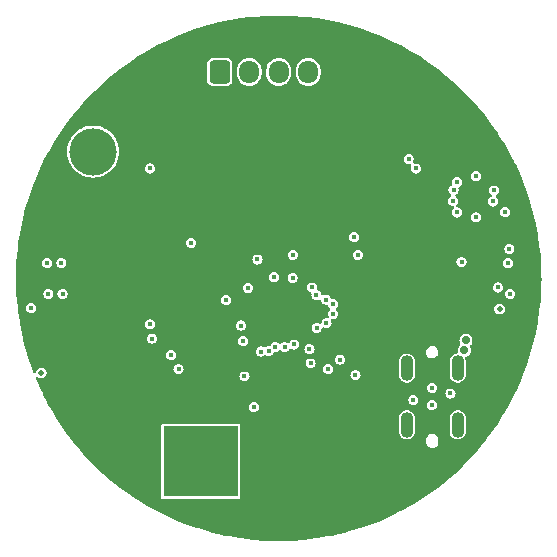
<source format=gbr>
%TF.GenerationSoftware,KiCad,Pcbnew,(6.0.9)*%
%TF.CreationDate,2023-01-25T10:50:16+01:00*%
%TF.ProjectId,BatteryManagementBoard,42617474-6572-4794-9d61-6e6167656d65,rev?*%
%TF.SameCoordinates,Original*%
%TF.FileFunction,Copper,L4,Inr*%
%TF.FilePolarity,Positive*%
%FSLAX46Y46*%
G04 Gerber Fmt 4.6, Leading zero omitted, Abs format (unit mm)*
G04 Created by KiCad (PCBNEW (6.0.9)) date 2023-01-25 10:50:16*
%MOMM*%
%LPD*%
G01*
G04 APERTURE LIST*
G04 Aperture macros list*
%AMRoundRect*
0 Rectangle with rounded corners*
0 $1 Rounding radius*
0 $2 $3 $4 $5 $6 $7 $8 $9 X,Y pos of 4 corners*
0 Add a 4 corners polygon primitive as box body*
4,1,4,$2,$3,$4,$5,$6,$7,$8,$9,$2,$3,0*
0 Add four circle primitives for the rounded corners*
1,1,$1+$1,$2,$3*
1,1,$1+$1,$4,$5*
1,1,$1+$1,$6,$7*
1,1,$1+$1,$8,$9*
0 Add four rect primitives between the rounded corners*
20,1,$1+$1,$2,$3,$4,$5,0*
20,1,$1+$1,$4,$5,$6,$7,0*
20,1,$1+$1,$6,$7,$8,$9,0*
20,1,$1+$1,$8,$9,$2,$3,0*%
G04 Aperture macros list end*
%TA.AperFunction,ComponentPad*%
%ADD10O,1.100000X2.200000*%
%TD*%
%TA.AperFunction,ComponentPad*%
%ADD11RoundRect,0.250000X-0.600000X-0.725000X0.600000X-0.725000X0.600000X0.725000X-0.600000X0.725000X0*%
%TD*%
%TA.AperFunction,ComponentPad*%
%ADD12O,1.700000X1.950000*%
%TD*%
%TA.AperFunction,ComponentPad*%
%ADD13C,6.500000*%
%TD*%
%TA.AperFunction,ComponentPad*%
%ADD14R,6.300000X6.000000*%
%TD*%
%TA.AperFunction,ComponentPad*%
%ADD15C,4.000000*%
%TD*%
%TA.AperFunction,ViaPad*%
%ADD16C,0.450000*%
%TD*%
%TA.AperFunction,ViaPad*%
%ADD17C,0.800000*%
%TD*%
%TA.AperFunction,ViaPad*%
%ADD18C,0.500000*%
%TD*%
%TA.AperFunction,ViaPad*%
%ADD19C,0.700000*%
%TD*%
G04 APERTURE END LIST*
D10*
%TO.N,unconnected-(J201-PadS1)*%
%TO.C,J201*%
X165150000Y-107600000D03*
%TO.N,unconnected-(J201-PadS2)*%
X160850000Y-107600000D03*
%TO.N,unconnected-(J201-PadS3)*%
X165150000Y-112400000D03*
%TO.N,unconnected-(J201-PadS4)*%
X160850000Y-112400000D03*
%TD*%
D11*
%TO.N,/P2-Connectors/Cell4*%
%TO.C,J208*%
X145000000Y-82525000D03*
D12*
%TO.N,/P2-Connectors/Cell3*%
X147500000Y-82525000D03*
%TO.N,/P2-Connectors/Cell2*%
X150000000Y-82525000D03*
%TO.N,/P2-Connectors/Cell1*%
X152500000Y-82525000D03*
%TO.N,GND*%
X155000000Y-82525000D03*
%TD*%
D13*
%TO.N,GND*%
%TO.C,J204*%
X150600000Y-115500000D03*
D14*
%TO.N,+BATT*%
X143400000Y-115500000D03*
%TD*%
D15*
%TO.N,GND*%
%TO.C,J202*%
X137817767Y-85732233D03*
%TO.N,VOUT*%
X134282233Y-89267767D03*
%TD*%
D16*
%TO.N,GND*%
X144750000Y-100000000D03*
X129500000Y-107000000D03*
X131750000Y-111500000D03*
X134750000Y-106750000D03*
X137250000Y-107750000D03*
X170000000Y-91750000D03*
X171500000Y-95500000D03*
X170000000Y-108250000D03*
X167000000Y-113250000D03*
X164250000Y-116250000D03*
X159250000Y-108250000D03*
X157750000Y-111750000D03*
X152750000Y-109000000D03*
X144300000Y-109500000D03*
X163000000Y-96500000D03*
X161250000Y-96500000D03*
X159500000Y-96500000D03*
X154250000Y-96000000D03*
X146250000Y-98000000D03*
X145000000Y-96750000D03*
X152750000Y-110250000D03*
X151250000Y-110250000D03*
X149500000Y-110250000D03*
X131000000Y-91000000D03*
X131000000Y-93000000D03*
X133000000Y-93000000D03*
X134750000Y-94250000D03*
X133000000Y-95000000D03*
X131000000Y-95000000D03*
X129000000Y-95000000D03*
X154998966Y-83989733D03*
X156996900Y-83989733D03*
X156996900Y-85987667D03*
X153999999Y-87997933D03*
X155000000Y-86000000D03*
X153000000Y-86000000D03*
X134000000Y-86000000D03*
X135000000Y-85000000D03*
X137000000Y-83000000D03*
X137993844Y-89992789D03*
X138996922Y-87994855D03*
X138989733Y-81999999D03*
X141000000Y-80000000D03*
X141000000Y-82000000D03*
X141000000Y-84000000D03*
X141000000Y-86000000D03*
X141000000Y-88000000D03*
X145000000Y-88000000D03*
X145000000Y-86000000D03*
X143000000Y-88000000D03*
X143000000Y-86000000D03*
X143000000Y-84000000D03*
X142994855Y-81994855D03*
X142996965Y-79994855D03*
X144994899Y-79994855D03*
X146992833Y-79994855D03*
X148998988Y-79994855D03*
X150996922Y-79994855D03*
X152994855Y-79994855D03*
X154992789Y-79994855D03*
X156998944Y-80997933D03*
X162999999Y-90998966D03*
X162999999Y-88996900D03*
X161000000Y-81000000D03*
X158991799Y-80992833D03*
X158991799Y-82990766D03*
X162999999Y-82990766D03*
X160998966Y-82989733D03*
X158988700Y-84987667D03*
X160998966Y-84987667D03*
X162996900Y-84987667D03*
X162996900Y-86997933D03*
X166992767Y-86997933D03*
X164994834Y-84987667D03*
X164994834Y-86997933D03*
X155001033Y-110940401D03*
X154988700Y-112999999D03*
X158996900Y-112999999D03*
X160987667Y-114998966D03*
X145000000Y-121000000D03*
X147994855Y-120991778D03*
X154000000Y-121000000D03*
X152000000Y-121000000D03*
X149991778Y-120991778D03*
X152994855Y-93994855D03*
X151000000Y-92000000D03*
X148995192Y-91994518D03*
X147000000Y-92000000D03*
X151000000Y-94000000D03*
X147000000Y-96000000D03*
X151000000Y-96000000D03*
X149000000Y-96000000D03*
X149000000Y-94000000D03*
X147000000Y-94000000D03*
X155000000Y-115000000D03*
X159000000Y-115000000D03*
X157000000Y-115000000D03*
X159000000Y-117000000D03*
X157000000Y-117000000D03*
X155000000Y-117000000D03*
X160200000Y-110000000D03*
%TO.N,/P2-Connectors/USB-P*%
X161399832Y-110299832D03*
%TO.N,GND*%
X147100000Y-109000000D03*
X147900000Y-111700000D03*
X141600000Y-107000000D03*
X164410000Y-91980000D03*
X168460000Y-94160000D03*
X168420000Y-91790000D03*
X168891670Y-99091392D03*
X156650878Y-97209122D03*
X152440000Y-100200000D03*
X147890000Y-100230000D03*
X144860000Y-101500000D03*
X161710000Y-89960000D03*
X139110000Y-90010000D03*
X152000000Y-98040000D03*
X147330000Y-98410000D03*
%TO.N,VBUS*%
X166700000Y-91340000D03*
%TO.N,GND*%
X164700000Y-101600000D03*
X163800000Y-113200000D03*
X162100000Y-112300000D03*
X145300000Y-104600000D03*
X165690000Y-95200000D03*
X152600000Y-92000000D03*
X163300000Y-93200000D03*
X143400000Y-105700000D03*
X130700000Y-97400000D03*
X142500000Y-100000000D03*
X166800000Y-105200000D03*
X162100000Y-106800000D03*
X167700000Y-111800000D03*
X139600000Y-111500000D03*
X149000000Y-97700000D03*
X156400000Y-95600000D03*
X135100000Y-101500000D03*
X138400000Y-93300000D03*
X169200000Y-105300000D03*
X155800000Y-108200000D03*
X134500000Y-100000000D03*
D17*
X149200000Y-103700000D03*
D16*
X143400000Y-103300000D03*
X130500000Y-100100000D03*
X138400000Y-92000000D03*
X155300000Y-101200000D03*
X164700000Y-98100000D03*
X151800000Y-108500000D03*
X164000000Y-99000000D03*
X164700000Y-98900000D03*
X161600000Y-87300000D03*
X169200000Y-104400000D03*
X163800000Y-112300000D03*
X138400000Y-92700000D03*
X129200000Y-106000000D03*
X156000000Y-103500000D03*
X147700000Y-107400000D03*
X143400000Y-99700000D03*
X149600000Y-97200000D03*
X155300000Y-102000000D03*
X135800000Y-100000000D03*
X155300000Y-104600000D03*
X164700000Y-100700000D03*
X135100000Y-98700000D03*
X155300000Y-102800000D03*
X143400000Y-98800000D03*
X135100000Y-103100000D03*
X164700000Y-102500000D03*
X162800000Y-92500000D03*
X131624500Y-100100000D03*
X134600000Y-114300000D03*
D17*
X150900000Y-103700000D03*
D16*
X148400000Y-108500000D03*
X163300000Y-94200000D03*
X150200000Y-97700000D03*
X143400000Y-104900000D03*
X155300000Y-103700000D03*
X162100000Y-113200000D03*
X142500000Y-102000000D03*
X142500000Y-104000000D03*
X135800000Y-98000000D03*
X168700000Y-100000000D03*
X138400000Y-91300000D03*
X155300000Y-100300000D03*
X164700000Y-103300000D03*
X162100000Y-107700000D03*
X146800000Y-107400000D03*
X167370000Y-88560000D03*
X137300000Y-114300000D03*
X155700000Y-99000000D03*
X166800000Y-104400000D03*
X135100000Y-100600000D03*
X156000000Y-101500000D03*
X163850000Y-107650000D03*
X162800000Y-94800000D03*
X143400000Y-101500000D03*
X135100000Y-96700000D03*
X169400000Y-100000000D03*
X164000000Y-101000000D03*
X167000000Y-96800000D03*
X161600000Y-88500000D03*
X150800000Y-108534500D03*
X164700000Y-104100000D03*
X143400000Y-100600000D03*
X133900000Y-114300000D03*
X152600000Y-88100000D03*
D17*
X149200000Y-101900000D03*
D16*
X152900000Y-99500000D03*
X164700000Y-99800000D03*
X143400000Y-102400000D03*
X139100000Y-93800000D03*
X161600000Y-87900000D03*
X143400000Y-104100000D03*
X150124500Y-108500000D03*
X135800000Y-102000000D03*
X135100000Y-99700000D03*
X164960000Y-88510000D03*
X165750000Y-96210000D03*
D17*
X150900000Y-101900000D03*
D16*
X164000000Y-103000000D03*
X163865000Y-106865000D03*
X138000000Y-114300000D03*
X134600000Y-97300000D03*
X135100000Y-102300000D03*
X135100000Y-97700000D03*
%TO.N,/P3-Charger/ACP*%
X154000000Y-101800000D03*
X156700000Y-98000000D03*
%TO.N,/P3-Charger/ACN*%
X156400000Y-96500000D03*
X153191973Y-101429983D03*
%TO.N,VOUT*%
X139100000Y-103900000D03*
X139250000Y-105100000D03*
%TO.N,/P3-Charger/VBUS-in*%
X152825000Y-100775000D03*
X152600000Y-106000000D03*
%TO.N,/P3-Charger/VDDA*%
X153206233Y-104193767D03*
X152700000Y-107200000D03*
%TO.N,/P3-Charger/COMP1*%
X148500000Y-106200000D03*
%TO.N,/P3-Charger/COMP2*%
X147000000Y-105300000D03*
%TO.N,/P3-Charger/REGN*%
X149600000Y-99900000D03*
%TO.N,BQ_IADPT*%
X147100000Y-108300000D03*
X141514502Y-107700000D03*
X131600000Y-98700000D03*
%TO.N,BQ_IBAT*%
X131700000Y-101300000D03*
X151300000Y-105600000D03*
D18*
%TO.N,+3.3V*%
X168700000Y-102600000D03*
D16*
X129050000Y-102540000D03*
D18*
X129900000Y-108000000D03*
D16*
X169180000Y-94410000D03*
D19*
%TO.N,/P2-Connectors/VBUS_connector*%
X165715688Y-106107186D03*
X165850000Y-105250000D03*
D16*
%TO.N,CC1*%
X168160000Y-93490000D03*
X162994502Y-109275500D03*
%TO.N,/P2-Connectors/USB-P*%
X164540210Y-109750000D03*
%TO.N,CC2*%
X168220000Y-92550000D03*
X162950000Y-110750000D03*
%TO.N,/P3-Charger/ILIM_HIZ*%
X154200000Y-107700000D03*
X154044500Y-103800000D03*
%TO.N,SDA*%
X169600000Y-101300000D03*
X164800000Y-92520000D03*
X150500000Y-105800000D03*
%TO.N,SCL*%
X149703061Y-105798166D03*
X168570000Y-100775500D03*
X156500000Y-108200000D03*
X164780000Y-93450000D03*
%TO.N,USBC_INT*%
X169410000Y-98700000D03*
X165120878Y-91864500D03*
%TO.N,BQ_CHRG_OK*%
X154600000Y-102200000D03*
X165475500Y-98600000D03*
%TO.N,BQ_EN_OTG*%
X154600000Y-103000000D03*
X155200000Y-106874500D03*
X130500000Y-101300000D03*
X147900000Y-110900000D03*
%TO.N,BQ_CMPOUT*%
X149145936Y-106132031D03*
X130400000Y-98700000D03*
%TO.N,/P3-Charger/CELL_BATPRESZ*%
X146800000Y-104000000D03*
%TO.N,/P3-Charger/!BATDRV*%
X140900000Y-106500000D03*
X145543767Y-101856233D03*
%TO.N,/P3-Charger/HIDRV2*%
X147400000Y-100800000D03*
X142600000Y-97000000D03*
%TO.N,/P3-Charger/LODRV2*%
X148200000Y-98400000D03*
X139100000Y-90700000D03*
%TO.N,/P3-Charger/LODRV1*%
X151200000Y-98000000D03*
X161000000Y-89900000D03*
%TO.N,/P3-Charger/HIDRV1*%
X161600000Y-90700000D03*
X151174500Y-99950000D03*
%TO.N,/P5-TUSB422 (Optional)/PTN_ENB*%
X166700000Y-94840000D03*
%TO.N,PTN_ID*%
X169530000Y-97500000D03*
X165110000Y-94420000D03*
%TD*%
%TA.AperFunction,Conductor*%
%TO.N,GND*%
G36*
X150468558Y-77755489D02*
G01*
X151394462Y-77794295D01*
X151399640Y-77794621D01*
X151861382Y-77833394D01*
X152323121Y-77872168D01*
X152328286Y-77872711D01*
X152502320Y-77894697D01*
X153247694Y-77988859D01*
X153252818Y-77989616D01*
X154166597Y-78144171D01*
X154171699Y-78145144D01*
X154511259Y-78217319D01*
X155078171Y-78337820D01*
X155083185Y-78338996D01*
X155613307Y-78475108D01*
X155980803Y-78569465D01*
X155985805Y-78570861D01*
X156872992Y-78838719D01*
X156877931Y-78840324D01*
X157753105Y-79145091D01*
X157757974Y-79146902D01*
X158619608Y-79488048D01*
X158624395Y-79490060D01*
X159471033Y-79867007D01*
X159475686Y-79869197D01*
X160305786Y-80281262D01*
X160310359Y-80283652D01*
X161122499Y-80730130D01*
X161126970Y-80732713D01*
X161441723Y-80923333D01*
X161919648Y-81212776D01*
X161924034Y-81215559D01*
X162695936Y-81728409D01*
X162700200Y-81731373D01*
X163449924Y-82276080D01*
X163454061Y-82279220D01*
X163884412Y-82620311D01*
X164180346Y-82854866D01*
X164184322Y-82858155D01*
X164700646Y-83303834D01*
X164885847Y-83463695D01*
X164889707Y-83467170D01*
X165565264Y-84101561D01*
X165568975Y-84105195D01*
X166217373Y-84767317D01*
X166220928Y-84771103D01*
X166841027Y-85459792D01*
X166844394Y-85463692D01*
X167176780Y-85865477D01*
X167435140Y-86177780D01*
X167438366Y-86181851D01*
X167998653Y-86920002D01*
X168001706Y-86924204D01*
X168530593Y-87685175D01*
X168533467Y-87689500D01*
X168683119Y-87925313D01*
X168997199Y-88420222D01*
X169030044Y-88471978D01*
X169032724Y-88476405D01*
X169496098Y-89278993D01*
X169498576Y-89283500D01*
X169693040Y-89655475D01*
X169927928Y-90104774D01*
X169930238Y-90109426D01*
X170047384Y-90358374D01*
X170323207Y-90944525D01*
X170324830Y-90947975D01*
X170326939Y-90952712D01*
X170670832Y-91770804D01*
X170686055Y-91807017D01*
X170687967Y-91811846D01*
X171010997Y-92680450D01*
X171012705Y-92685355D01*
X171299078Y-93566720D01*
X171300579Y-93571692D01*
X171392652Y-93901459D01*
X171537432Y-94420000D01*
X171549791Y-94464266D01*
X171551078Y-94469275D01*
X171762707Y-95371560D01*
X171763781Y-95376615D01*
X171937433Y-96286931D01*
X171938299Y-96292050D01*
X171967582Y-96490359D01*
X172073676Y-97208825D01*
X172074327Y-97213977D01*
X172171198Y-98135642D01*
X172171632Y-98140818D01*
X172229819Y-99065683D01*
X172230037Y-99070872D01*
X172234744Y-99295565D01*
X172247608Y-99909641D01*
X172249446Y-99997403D01*
X172249446Y-100002578D01*
X172238191Y-100539878D01*
X172230037Y-100929128D01*
X172229819Y-100934317D01*
X172171632Y-101859182D01*
X172171198Y-101864358D01*
X172074327Y-102786023D01*
X172073676Y-102791175D01*
X171946048Y-103655475D01*
X171938299Y-103707948D01*
X171937433Y-103713066D01*
X171767286Y-104605013D01*
X171763781Y-104623385D01*
X171762707Y-104628440D01*
X171551083Y-105530704D01*
X171549794Y-105535723D01*
X171462872Y-105847042D01*
X171300579Y-106428308D01*
X171299078Y-106433280D01*
X171012705Y-107314645D01*
X171010997Y-107319550D01*
X170775988Y-107951472D01*
X170706480Y-108138375D01*
X170687967Y-108188154D01*
X170686058Y-108192975D01*
X170417877Y-108830955D01*
X170326942Y-109047280D01*
X170324833Y-109052018D01*
X170224207Y-109265859D01*
X169930238Y-109890574D01*
X169927928Y-109895226D01*
X169498576Y-110716500D01*
X169496098Y-110721007D01*
X169034830Y-111519948D01*
X169032734Y-111523579D01*
X169030054Y-111528006D01*
X168856726Y-111801126D01*
X168533467Y-112310500D01*
X168530593Y-112314825D01*
X168001706Y-113075796D01*
X167998658Y-113079991D01*
X167670066Y-113512896D01*
X167438366Y-113818149D01*
X167435140Y-113822220D01*
X167393781Y-113872214D01*
X166844394Y-114536308D01*
X166841027Y-114540208D01*
X166545065Y-114868907D01*
X166220928Y-115228897D01*
X166217373Y-115232683D01*
X165568975Y-115894805D01*
X165565264Y-115898439D01*
X164889707Y-116532830D01*
X164885849Y-116536303D01*
X164184322Y-117141845D01*
X164180346Y-117145134D01*
X163884412Y-117379689D01*
X163454061Y-117720780D01*
X163449924Y-117723920D01*
X162700200Y-118268627D01*
X162695936Y-118271591D01*
X161924034Y-118784441D01*
X161919648Y-118787224D01*
X161441723Y-119076667D01*
X161126970Y-119267287D01*
X161122499Y-119269870D01*
X160310359Y-119716348D01*
X160305786Y-119718738D01*
X159475686Y-120130803D01*
X159471033Y-120132993D01*
X158791525Y-120435529D01*
X158624395Y-120509940D01*
X158619608Y-120511952D01*
X157757974Y-120853098D01*
X157753105Y-120854909D01*
X156877931Y-121159676D01*
X156872992Y-121161281D01*
X155985805Y-121429139D01*
X155980803Y-121430535D01*
X155613307Y-121524892D01*
X155083185Y-121661004D01*
X155078171Y-121662180D01*
X154511259Y-121782681D01*
X154171699Y-121854856D01*
X154166597Y-121855829D01*
X153252818Y-122010384D01*
X153247694Y-122011141D01*
X152502320Y-122105303D01*
X152328286Y-122127289D01*
X152323121Y-122127832D01*
X151861382Y-122166605D01*
X151399640Y-122205379D01*
X151394462Y-122205705D01*
X150468559Y-122244511D01*
X150463367Y-122244620D01*
X149536633Y-122244620D01*
X149531441Y-122244511D01*
X148605538Y-122205705D01*
X148600360Y-122205379D01*
X148138618Y-122166605D01*
X147676879Y-122127832D01*
X147671714Y-122127289D01*
X147497680Y-122105303D01*
X146752306Y-122011141D01*
X146747182Y-122010384D01*
X145833403Y-121855829D01*
X145828301Y-121854856D01*
X145488741Y-121782681D01*
X144921829Y-121662180D01*
X144916815Y-121661004D01*
X144386693Y-121524892D01*
X144019197Y-121430535D01*
X144014195Y-121429139D01*
X143127008Y-121161281D01*
X143122069Y-121159676D01*
X142246895Y-120854909D01*
X142242026Y-120853098D01*
X141380392Y-120511952D01*
X141375605Y-120509940D01*
X141208475Y-120435529D01*
X140528967Y-120132993D01*
X140524314Y-120130803D01*
X139694214Y-119718738D01*
X139689641Y-119716348D01*
X138877501Y-119269870D01*
X138873030Y-119267287D01*
X138558277Y-119076667D01*
X138080352Y-118787224D01*
X138075966Y-118784441D01*
X137677571Y-118519748D01*
X140049500Y-118519748D01*
X140061133Y-118578231D01*
X140105448Y-118644552D01*
X140171769Y-118688867D01*
X140183745Y-118691249D01*
X140183747Y-118691250D01*
X140202326Y-118694945D01*
X140230252Y-118700500D01*
X146569748Y-118700500D01*
X146597674Y-118694945D01*
X146616253Y-118691250D01*
X146616255Y-118691249D01*
X146628231Y-118688867D01*
X146694552Y-118644552D01*
X146738867Y-118578231D01*
X146750500Y-118519748D01*
X146750500Y-113782990D01*
X162475643Y-113782990D01*
X162477313Y-113791271D01*
X162484529Y-113827059D01*
X162486075Y-113842547D01*
X162484592Y-113850000D01*
X162486975Y-113861980D01*
X162486975Y-113861983D01*
X162487444Y-113864341D01*
X162489046Y-113874643D01*
X162499150Y-113964316D01*
X162537145Y-114072899D01*
X162598350Y-114170305D01*
X162679695Y-114251650D01*
X162777101Y-114312855D01*
X162783670Y-114315154D01*
X162783673Y-114315155D01*
X162879107Y-114348549D01*
X162879110Y-114348550D01*
X162885684Y-114350850D01*
X162892607Y-114351630D01*
X162975357Y-114360954D01*
X162985659Y-114362556D01*
X162988017Y-114363025D01*
X162988020Y-114363025D01*
X163000000Y-114365408D01*
X163011980Y-114363025D01*
X163011983Y-114363025D01*
X163014341Y-114362556D01*
X163024643Y-114360954D01*
X163107393Y-114351630D01*
X163114316Y-114350850D01*
X163120890Y-114348550D01*
X163120893Y-114348549D01*
X163216327Y-114315155D01*
X163216330Y-114315154D01*
X163222899Y-114312855D01*
X163320305Y-114251650D01*
X163401650Y-114170305D01*
X163462855Y-114072899D01*
X163500850Y-113964316D01*
X163510954Y-113874643D01*
X163511332Y-113872214D01*
X163511295Y-113871611D01*
X163511538Y-113869456D01*
X163511539Y-113869451D01*
X163511757Y-113869476D01*
X163512553Y-113864356D01*
X163513024Y-113861989D01*
X163513024Y-113861983D01*
X163513148Y-113861360D01*
X163513913Y-113859236D01*
X163514113Y-113856509D01*
X163515408Y-113850000D01*
X163515154Y-113848726D01*
X163515470Y-113847651D01*
X163515533Y-113847054D01*
X163514811Y-113847001D01*
X163519512Y-113782990D01*
X163524357Y-113717010D01*
X163515471Y-113672940D01*
X163513925Y-113657453D01*
X163515408Y-113650000D01*
X163513025Y-113638020D01*
X163513025Y-113638017D01*
X163512556Y-113635659D01*
X163510954Y-113625357D01*
X163501630Y-113542607D01*
X163500850Y-113535684D01*
X163462855Y-113427101D01*
X163401650Y-113329695D01*
X163320305Y-113248350D01*
X163222899Y-113187145D01*
X163216330Y-113184846D01*
X163216327Y-113184845D01*
X163120893Y-113151451D01*
X163120890Y-113151450D01*
X163114316Y-113149150D01*
X163103077Y-113147884D01*
X163024643Y-113139046D01*
X163014341Y-113137444D01*
X163011983Y-113136975D01*
X163011980Y-113136975D01*
X163000000Y-113134592D01*
X162988020Y-113136975D01*
X162988017Y-113136975D01*
X162985659Y-113137444D01*
X162975357Y-113139046D01*
X162896923Y-113147884D01*
X162885684Y-113149150D01*
X162879110Y-113151450D01*
X162879107Y-113151451D01*
X162783673Y-113184845D01*
X162783670Y-113184846D01*
X162777101Y-113187145D01*
X162679695Y-113248350D01*
X162598350Y-113329695D01*
X162537145Y-113427101D01*
X162499150Y-113535684D01*
X162498370Y-113542607D01*
X162489047Y-113625351D01*
X162488668Y-113627786D01*
X162488705Y-113628389D01*
X162488462Y-113630544D01*
X162488461Y-113630549D01*
X162488243Y-113630524D01*
X162487447Y-113635644D01*
X162486976Y-113638011D01*
X162486976Y-113638016D01*
X162486852Y-113638640D01*
X162486087Y-113640764D01*
X162485887Y-113643491D01*
X162484592Y-113650000D01*
X162484846Y-113651274D01*
X162484530Y-113652349D01*
X162484467Y-113652946D01*
X162485189Y-113652999D01*
X162475643Y-113782990D01*
X146750500Y-113782990D01*
X146750500Y-112991302D01*
X160169500Y-112991302D01*
X160169948Y-112995003D01*
X160179983Y-113077928D01*
X160184289Y-113113514D01*
X160242509Y-113267589D01*
X160335800Y-113403328D01*
X160458777Y-113512896D01*
X160604339Y-113589968D01*
X160764084Y-113630093D01*
X160849672Y-113630541D01*
X160921315Y-113630916D01*
X160921316Y-113630916D01*
X160928789Y-113630955D01*
X160936052Y-113629211D01*
X160936055Y-113629211D01*
X161012570Y-113610841D01*
X161088945Y-113592505D01*
X161235307Y-113516962D01*
X161359424Y-113408688D01*
X161454132Y-113273933D01*
X161513962Y-113120476D01*
X161530500Y-112994854D01*
X161530500Y-112991302D01*
X164469500Y-112991302D01*
X164469948Y-112995003D01*
X164479983Y-113077928D01*
X164484289Y-113113514D01*
X164542509Y-113267589D01*
X164635800Y-113403328D01*
X164758777Y-113512896D01*
X164904339Y-113589968D01*
X165064084Y-113630093D01*
X165149672Y-113630541D01*
X165221315Y-113630916D01*
X165221316Y-113630916D01*
X165228789Y-113630955D01*
X165236052Y-113629211D01*
X165236055Y-113629211D01*
X165312570Y-113610841D01*
X165388945Y-113592505D01*
X165535307Y-113516962D01*
X165659424Y-113408688D01*
X165754132Y-113273933D01*
X165813962Y-113120476D01*
X165830500Y-112994854D01*
X165830500Y-111808698D01*
X165815711Y-111686486D01*
X165757491Y-111532411D01*
X165664200Y-111396672D01*
X165566606Y-111309719D01*
X165546806Y-111292078D01*
X165546805Y-111292077D01*
X165541223Y-111287104D01*
X165395661Y-111210032D01*
X165235916Y-111169907D01*
X165150328Y-111169459D01*
X165078685Y-111169084D01*
X165078684Y-111169084D01*
X165071211Y-111169045D01*
X165063948Y-111170789D01*
X165063945Y-111170789D01*
X164987430Y-111189159D01*
X164911055Y-111207495D01*
X164764693Y-111283038D01*
X164759062Y-111287951D01*
X164759061Y-111287951D01*
X164722308Y-111320013D01*
X164640576Y-111391312D01*
X164545868Y-111526067D01*
X164486038Y-111679524D01*
X164485062Y-111686939D01*
X164471763Y-111787959D01*
X164469500Y-111805146D01*
X164469500Y-112991302D01*
X161530500Y-112991302D01*
X161530500Y-111808698D01*
X161515711Y-111686486D01*
X161457491Y-111532411D01*
X161364200Y-111396672D01*
X161266606Y-111309719D01*
X161246806Y-111292078D01*
X161246805Y-111292077D01*
X161241223Y-111287104D01*
X161095661Y-111210032D01*
X160935916Y-111169907D01*
X160850328Y-111169459D01*
X160778685Y-111169084D01*
X160778684Y-111169084D01*
X160771211Y-111169045D01*
X160763948Y-111170789D01*
X160763945Y-111170789D01*
X160687430Y-111189159D01*
X160611055Y-111207495D01*
X160464693Y-111283038D01*
X160459062Y-111287951D01*
X160459061Y-111287951D01*
X160422308Y-111320013D01*
X160340576Y-111391312D01*
X160245868Y-111526067D01*
X160186038Y-111679524D01*
X160185062Y-111686939D01*
X160171763Y-111787959D01*
X160169500Y-111805146D01*
X160169500Y-112991302D01*
X146750500Y-112991302D01*
X146750500Y-112480252D01*
X146738867Y-112421769D01*
X146694552Y-112355448D01*
X146628231Y-112311133D01*
X146616255Y-112308751D01*
X146616253Y-112308750D01*
X146597674Y-112305055D01*
X146569748Y-112299500D01*
X140230252Y-112299500D01*
X140202326Y-112305055D01*
X140183747Y-112308750D01*
X140183745Y-112308751D01*
X140171769Y-112311133D01*
X140105448Y-112355448D01*
X140061133Y-112421769D01*
X140049500Y-112480252D01*
X140049500Y-118519748D01*
X137677571Y-118519748D01*
X137304064Y-118271591D01*
X137299800Y-118268627D01*
X136550076Y-117723920D01*
X136545939Y-117720780D01*
X136115588Y-117379689D01*
X135819654Y-117145134D01*
X135815678Y-117141845D01*
X135114151Y-116536303D01*
X135110293Y-116532830D01*
X134434736Y-115898439D01*
X134431025Y-115894805D01*
X133782627Y-115232683D01*
X133779072Y-115228897D01*
X133454935Y-114868907D01*
X133158973Y-114540208D01*
X133155606Y-114536308D01*
X132606219Y-113872214D01*
X132564860Y-113822220D01*
X132561634Y-113818149D01*
X132329934Y-113512896D01*
X132001342Y-113079991D01*
X131998294Y-113075796D01*
X131469407Y-112314825D01*
X131466533Y-112310500D01*
X131143274Y-111801126D01*
X130969946Y-111528006D01*
X130967266Y-111523579D01*
X130965170Y-111519948D01*
X130607243Y-110900000D01*
X147469196Y-110900000D01*
X147490281Y-111033126D01*
X147551472Y-111153220D01*
X147646780Y-111248528D01*
X147766874Y-111309719D01*
X147900000Y-111330804D01*
X148033126Y-111309719D01*
X148153220Y-111248528D01*
X148248528Y-111153220D01*
X148309719Y-111033126D01*
X148330804Y-110900000D01*
X148309719Y-110766874D01*
X148301121Y-110750000D01*
X162519196Y-110750000D01*
X162540281Y-110883126D01*
X162601472Y-111003220D01*
X162696780Y-111098528D01*
X162816874Y-111159719D01*
X162950000Y-111180804D01*
X163083126Y-111159719D01*
X163203220Y-111098528D01*
X163298528Y-111003220D01*
X163359719Y-110883126D01*
X163380804Y-110750000D01*
X163359719Y-110616874D01*
X163298528Y-110496780D01*
X163203220Y-110401472D01*
X163083126Y-110340281D01*
X162950000Y-110319196D01*
X162816874Y-110340281D01*
X162696780Y-110401472D01*
X162601472Y-110496780D01*
X162540281Y-110616874D01*
X162519196Y-110750000D01*
X148301121Y-110750000D01*
X148248528Y-110646780D01*
X148153220Y-110551472D01*
X148033126Y-110490281D01*
X147900000Y-110469196D01*
X147766874Y-110490281D01*
X147646780Y-110551472D01*
X147551472Y-110646780D01*
X147490281Y-110766874D01*
X147469196Y-110900000D01*
X130607243Y-110900000D01*
X130503902Y-110721007D01*
X130501424Y-110716500D01*
X130283595Y-110299832D01*
X160969028Y-110299832D01*
X160990113Y-110432958D01*
X161051304Y-110553052D01*
X161146612Y-110648360D01*
X161266706Y-110709551D01*
X161399832Y-110730636D01*
X161532958Y-110709551D01*
X161653052Y-110648360D01*
X161748360Y-110553052D01*
X161809551Y-110432958D01*
X161830636Y-110299832D01*
X161809551Y-110166706D01*
X161748360Y-110046612D01*
X161653052Y-109951304D01*
X161532958Y-109890113D01*
X161399832Y-109869028D01*
X161266706Y-109890113D01*
X161146612Y-109951304D01*
X161051304Y-110046612D01*
X160990113Y-110166706D01*
X160969028Y-110299832D01*
X130283595Y-110299832D01*
X130072072Y-109895226D01*
X130069762Y-109890574D01*
X130003613Y-109750000D01*
X164109406Y-109750000D01*
X164130491Y-109883126D01*
X164191682Y-110003220D01*
X164286990Y-110098528D01*
X164407084Y-110159719D01*
X164540210Y-110180804D01*
X164673336Y-110159719D01*
X164793430Y-110098528D01*
X164888738Y-110003220D01*
X164949929Y-109883126D01*
X164971014Y-109750000D01*
X164949929Y-109616874D01*
X164888738Y-109496780D01*
X164793430Y-109401472D01*
X164673336Y-109340281D01*
X164540210Y-109319196D01*
X164407084Y-109340281D01*
X164286990Y-109401472D01*
X164191682Y-109496780D01*
X164130491Y-109616874D01*
X164109406Y-109750000D01*
X130003613Y-109750000D01*
X129780330Y-109275500D01*
X162563698Y-109275500D01*
X162584783Y-109408626D01*
X162645974Y-109528720D01*
X162741282Y-109624028D01*
X162861376Y-109685219D01*
X162994502Y-109706304D01*
X163127628Y-109685219D01*
X163247722Y-109624028D01*
X163343030Y-109528720D01*
X163404221Y-109408626D01*
X163425306Y-109275500D01*
X163404221Y-109142374D01*
X163343030Y-109022280D01*
X163247722Y-108926972D01*
X163127628Y-108865781D01*
X162994502Y-108844696D01*
X162861376Y-108865781D01*
X162741282Y-108926972D01*
X162645974Y-109022280D01*
X162584783Y-109142374D01*
X162563698Y-109275500D01*
X129780330Y-109275500D01*
X129775793Y-109265859D01*
X129675167Y-109052018D01*
X129673058Y-109047280D01*
X129581391Y-108829211D01*
X129507301Y-108652958D01*
X129448914Y-108514061D01*
X129441082Y-108444632D01*
X129472029Y-108381989D01*
X129531930Y-108346023D01*
X129601768Y-108348151D01*
X129631935Y-108362786D01*
X129660784Y-108381989D01*
X129704060Y-108410796D01*
X129712488Y-108413429D01*
X129712490Y-108413430D01*
X129760281Y-108428361D01*
X129827233Y-108449278D01*
X129836067Y-108449440D01*
X129872777Y-108450113D01*
X129956255Y-108451643D01*
X129964771Y-108449321D01*
X129964773Y-108449321D01*
X130072236Y-108420023D01*
X130072239Y-108420022D01*
X130080755Y-108417700D01*
X130190724Y-108350179D01*
X130236144Y-108300000D01*
X146669196Y-108300000D01*
X146690281Y-108433126D01*
X146751472Y-108553220D01*
X146846780Y-108648528D01*
X146966874Y-108709719D01*
X147100000Y-108730804D01*
X147233126Y-108709719D01*
X147353220Y-108648528D01*
X147448528Y-108553220D01*
X147509719Y-108433126D01*
X147530804Y-108300000D01*
X147514966Y-108200000D01*
X156069196Y-108200000D01*
X156090281Y-108333126D01*
X156151472Y-108453220D01*
X156246780Y-108548528D01*
X156366874Y-108609719D01*
X156500000Y-108630804D01*
X156633126Y-108609719D01*
X156753220Y-108548528D01*
X156848528Y-108453220D01*
X156909719Y-108333126D01*
X156930804Y-108200000D01*
X156929426Y-108191302D01*
X160169500Y-108191302D01*
X160169948Y-108195003D01*
X160182654Y-108300000D01*
X160184289Y-108313514D01*
X160242509Y-108467589D01*
X160335800Y-108603328D01*
X160458777Y-108712896D01*
X160604339Y-108789968D01*
X160764084Y-108830093D01*
X160849672Y-108830541D01*
X160921315Y-108830916D01*
X160921316Y-108830916D01*
X160928789Y-108830955D01*
X160936052Y-108829211D01*
X160936055Y-108829211D01*
X161012570Y-108810841D01*
X161088945Y-108792505D01*
X161235307Y-108716962D01*
X161359424Y-108608688D01*
X161454132Y-108473933D01*
X161462823Y-108451643D01*
X161511246Y-108327442D01*
X161513962Y-108320476D01*
X161523693Y-108246558D01*
X161529971Y-108198874D01*
X161529971Y-108198871D01*
X161530500Y-108194854D01*
X161530500Y-108191302D01*
X164469500Y-108191302D01*
X164469948Y-108195003D01*
X164482654Y-108300000D01*
X164484289Y-108313514D01*
X164542509Y-108467589D01*
X164635800Y-108603328D01*
X164758777Y-108712896D01*
X164904339Y-108789968D01*
X165064084Y-108830093D01*
X165149672Y-108830541D01*
X165221315Y-108830916D01*
X165221316Y-108830916D01*
X165228789Y-108830955D01*
X165236052Y-108829211D01*
X165236055Y-108829211D01*
X165312570Y-108810841D01*
X165388945Y-108792505D01*
X165535307Y-108716962D01*
X165659424Y-108608688D01*
X165754132Y-108473933D01*
X165762823Y-108451643D01*
X165811246Y-108327442D01*
X165813962Y-108320476D01*
X165823693Y-108246558D01*
X165829971Y-108198874D01*
X165829971Y-108198871D01*
X165830500Y-108194854D01*
X165830500Y-107008698D01*
X165827110Y-106980682D01*
X165816610Y-106893911D01*
X165816609Y-106893907D01*
X165815711Y-106886486D01*
X165807539Y-106864859D01*
X165784405Y-106803635D01*
X165779122Y-106733966D01*
X165812344Y-106672500D01*
X165859959Y-106644873D01*
X165859397Y-106643516D01*
X165972490Y-106596672D01*
X165993313Y-106588047D01*
X166059423Y-106537319D01*
X166101866Y-106504751D01*
X166108309Y-106499807D01*
X166117407Y-106487951D01*
X166191602Y-106391258D01*
X166196549Y-106384811D01*
X166252018Y-106250895D01*
X166270938Y-106107186D01*
X166252018Y-105963477D01*
X166248704Y-105955475D01*
X166199661Y-105837073D01*
X166199659Y-105837070D01*
X166196549Y-105829561D01*
X166191600Y-105823112D01*
X166189422Y-105819339D01*
X166172951Y-105751438D01*
X166195803Y-105685412D01*
X166221322Y-105658965D01*
X166236177Y-105647566D01*
X166236178Y-105647565D01*
X166242621Y-105642621D01*
X166255126Y-105626325D01*
X166325914Y-105534072D01*
X166330861Y-105527625D01*
X166352031Y-105476516D01*
X166383218Y-105401223D01*
X166383219Y-105401221D01*
X166386330Y-105393709D01*
X166405250Y-105250000D01*
X166386330Y-105106291D01*
X166330861Y-104972375D01*
X166242621Y-104857379D01*
X166127625Y-104769139D01*
X166091593Y-104754214D01*
X166001223Y-104716782D01*
X166001221Y-104716781D01*
X165993709Y-104713670D01*
X165850000Y-104694750D01*
X165706291Y-104713670D01*
X165698779Y-104716781D01*
X165698777Y-104716782D01*
X165608407Y-104754214D01*
X165572375Y-104769139D01*
X165457379Y-104857379D01*
X165369139Y-104972375D01*
X165313670Y-105106291D01*
X165294750Y-105250000D01*
X165313670Y-105393709D01*
X165316781Y-105401221D01*
X165316782Y-105401223D01*
X165362355Y-105511246D01*
X165369139Y-105527625D01*
X165374086Y-105534072D01*
X165376266Y-105537847D01*
X165392737Y-105605748D01*
X165369885Y-105671774D01*
X165344366Y-105698221D01*
X165334183Y-105706035D01*
X165323067Y-105714565D01*
X165318123Y-105721008D01*
X165302152Y-105741822D01*
X165234827Y-105829561D01*
X165225751Y-105851472D01*
X165183165Y-105954287D01*
X165179358Y-105963477D01*
X165160438Y-106107186D01*
X165161499Y-106115245D01*
X165161499Y-106115246D01*
X165176732Y-106230952D01*
X165165966Y-106299987D01*
X165119586Y-106352243D01*
X165071661Y-106369047D01*
X165071211Y-106369045D01*
X164911055Y-106407495D01*
X164904414Y-106410923D01*
X164904413Y-106410923D01*
X164899362Y-106413530D01*
X164764693Y-106483038D01*
X164640576Y-106591312D01*
X164545868Y-106726067D01*
X164543152Y-106733032D01*
X164543152Y-106733033D01*
X164520832Y-106790281D01*
X164486038Y-106879524D01*
X164469500Y-107005146D01*
X164469500Y-108191302D01*
X161530500Y-108191302D01*
X161530500Y-107008698D01*
X161527110Y-106980682D01*
X161516610Y-106893911D01*
X161516609Y-106893907D01*
X161515711Y-106886486D01*
X161457491Y-106732411D01*
X161364200Y-106596672D01*
X161241223Y-106487104D01*
X161095661Y-106410032D01*
X160935916Y-106369907D01*
X160850328Y-106369459D01*
X160778685Y-106369084D01*
X160778684Y-106369084D01*
X160771211Y-106369045D01*
X160763948Y-106370789D01*
X160763945Y-106370789D01*
X160703708Y-106385251D01*
X160611055Y-106407495D01*
X160604414Y-106410923D01*
X160604413Y-106410923D01*
X160599362Y-106413530D01*
X160464693Y-106483038D01*
X160340576Y-106591312D01*
X160245868Y-106726067D01*
X160243152Y-106733032D01*
X160243152Y-106733033D01*
X160220832Y-106790281D01*
X160186038Y-106879524D01*
X160169500Y-107005146D01*
X160169500Y-108191302D01*
X156929426Y-108191302D01*
X156909719Y-108066874D01*
X156848528Y-107946780D01*
X156753220Y-107851472D01*
X156633126Y-107790281D01*
X156500000Y-107769196D01*
X156366874Y-107790281D01*
X156246780Y-107851472D01*
X156151472Y-107946780D01*
X156090281Y-108066874D01*
X156069196Y-108200000D01*
X147514966Y-108200000D01*
X147509719Y-108166874D01*
X147448528Y-108046780D01*
X147353220Y-107951472D01*
X147233126Y-107890281D01*
X147100000Y-107869196D01*
X146966874Y-107890281D01*
X146846780Y-107951472D01*
X146751472Y-108046780D01*
X146690281Y-108166874D01*
X146669196Y-108300000D01*
X130236144Y-108300000D01*
X130277322Y-108254507D01*
X130281171Y-108246562D01*
X130281174Y-108246558D01*
X130329737Y-108146324D01*
X130329738Y-108146322D01*
X130333588Y-108138375D01*
X130338409Y-108109719D01*
X130354204Y-108015835D01*
X130354204Y-108015832D01*
X130354997Y-108011120D01*
X130355133Y-108000000D01*
X130354337Y-107994440D01*
X130338092Y-107881005D01*
X130338091Y-107881002D01*
X130336839Y-107872259D01*
X130327388Y-107851472D01*
X130287084Y-107762828D01*
X130287083Y-107762826D01*
X130283428Y-107754788D01*
X130236220Y-107700000D01*
X141083698Y-107700000D01*
X141104783Y-107833126D01*
X141165974Y-107953220D01*
X141261282Y-108048528D01*
X141381376Y-108109719D01*
X141514502Y-108130804D01*
X141647628Y-108109719D01*
X141767722Y-108048528D01*
X141863030Y-107953220D01*
X141924221Y-107833126D01*
X141945306Y-107700000D01*
X153769196Y-107700000D01*
X153790281Y-107833126D01*
X153851472Y-107953220D01*
X153946780Y-108048528D01*
X154066874Y-108109719D01*
X154200000Y-108130804D01*
X154333126Y-108109719D01*
X154453220Y-108048528D01*
X154548528Y-107953220D01*
X154609719Y-107833126D01*
X154630804Y-107700000D01*
X154609719Y-107566874D01*
X154548528Y-107446780D01*
X154453220Y-107351472D01*
X154333126Y-107290281D01*
X154200000Y-107269196D01*
X154066874Y-107290281D01*
X153946780Y-107351472D01*
X153851472Y-107446780D01*
X153790281Y-107566874D01*
X153769196Y-107700000D01*
X141945306Y-107700000D01*
X141924221Y-107566874D01*
X141863030Y-107446780D01*
X141767722Y-107351472D01*
X141647628Y-107290281D01*
X141514502Y-107269196D01*
X141381376Y-107290281D01*
X141261282Y-107351472D01*
X141165974Y-107446780D01*
X141104783Y-107566874D01*
X141083698Y-107700000D01*
X130236220Y-107700000D01*
X130227913Y-107690359D01*
X130204958Y-107663718D01*
X130204956Y-107663716D01*
X130199193Y-107657028D01*
X130119367Y-107605288D01*
X130098317Y-107591644D01*
X130098314Y-107591643D01*
X130090906Y-107586841D01*
X130082446Y-107584311D01*
X130082444Y-107584310D01*
X129975736Y-107552397D01*
X129967273Y-107549866D01*
X129958440Y-107549812D01*
X129910027Y-107549516D01*
X129838231Y-107549078D01*
X129714155Y-107584539D01*
X129605019Y-107653399D01*
X129519596Y-107750122D01*
X129464754Y-107866932D01*
X129463396Y-107875656D01*
X129463395Y-107875658D01*
X129457537Y-107913284D01*
X129427773Y-107976497D01*
X129368558Y-108013583D01*
X129298693Y-108012769D01*
X129240360Y-107974312D01*
X129218790Y-107937430D01*
X128989003Y-107319550D01*
X128987295Y-107314645D01*
X128950045Y-107200000D01*
X152269196Y-107200000D01*
X152290281Y-107333126D01*
X152351472Y-107453220D01*
X152446780Y-107548528D01*
X152566874Y-107609719D01*
X152700000Y-107630804D01*
X152833126Y-107609719D01*
X152953220Y-107548528D01*
X153048528Y-107453220D01*
X153109719Y-107333126D01*
X153130804Y-107200000D01*
X153109719Y-107066874D01*
X153048528Y-106946780D01*
X152976248Y-106874500D01*
X154769196Y-106874500D01*
X154790281Y-107007626D01*
X154851472Y-107127720D01*
X154946780Y-107223028D01*
X155066874Y-107284219D01*
X155200000Y-107305304D01*
X155333126Y-107284219D01*
X155453220Y-107223028D01*
X155548528Y-107127720D01*
X155609719Y-107007626D01*
X155630804Y-106874500D01*
X155609719Y-106741374D01*
X155548528Y-106621280D01*
X155453220Y-106525972D01*
X155333126Y-106464781D01*
X155200000Y-106443696D01*
X155066874Y-106464781D01*
X154946780Y-106525972D01*
X154851472Y-106621280D01*
X154790281Y-106741374D01*
X154769196Y-106874500D01*
X152976248Y-106874500D01*
X152953220Y-106851472D01*
X152833126Y-106790281D01*
X152700000Y-106769196D01*
X152566874Y-106790281D01*
X152446780Y-106851472D01*
X152351472Y-106946780D01*
X152290281Y-107066874D01*
X152269196Y-107200000D01*
X128950045Y-107200000D01*
X128722601Y-106500000D01*
X140469196Y-106500000D01*
X140490281Y-106633126D01*
X140551472Y-106753220D01*
X140646780Y-106848528D01*
X140766874Y-106909719D01*
X140900000Y-106930804D01*
X141033126Y-106909719D01*
X141153220Y-106848528D01*
X141248528Y-106753220D01*
X141309719Y-106633126D01*
X141330804Y-106500000D01*
X141309719Y-106366874D01*
X141248528Y-106246780D01*
X141201748Y-106200000D01*
X148069196Y-106200000D01*
X148090281Y-106333126D01*
X148151472Y-106453220D01*
X148246780Y-106548528D01*
X148366874Y-106609719D01*
X148500000Y-106630804D01*
X148633126Y-106609719D01*
X148753220Y-106548528D01*
X148781628Y-106520120D01*
X148842951Y-106486635D01*
X148912643Y-106491619D01*
X148925600Y-106497314D01*
X149012810Y-106541750D01*
X149145936Y-106562835D01*
X149279062Y-106541750D01*
X149399156Y-106480559D01*
X149494464Y-106385251D01*
X149498894Y-106376557D01*
X149498896Y-106376554D01*
X149542823Y-106290341D01*
X149590797Y-106239544D01*
X149658618Y-106222749D01*
X149672700Y-106224161D01*
X149703061Y-106228970D01*
X149836187Y-106207885D01*
X149956281Y-106146694D01*
X149987730Y-106115245D01*
X150012934Y-106090042D01*
X150074257Y-106056558D01*
X150143949Y-106061543D01*
X150188295Y-106090043D01*
X150246780Y-106148528D01*
X150366874Y-106209719D01*
X150500000Y-106230804D01*
X150633126Y-106209719D01*
X150753220Y-106148528D01*
X150848528Y-106053220D01*
X150875811Y-105999674D01*
X150923785Y-105948878D01*
X150991606Y-105932083D01*
X151045568Y-105950906D01*
X151046780Y-105948528D01*
X151166874Y-106009719D01*
X151300000Y-106030804D01*
X151433126Y-106009719D01*
X151452201Y-106000000D01*
X152169196Y-106000000D01*
X152190281Y-106133126D01*
X152251472Y-106253220D01*
X152346780Y-106348528D01*
X152466874Y-106409719D01*
X152600000Y-106430804D01*
X152733126Y-106409719D01*
X152853220Y-106348528D01*
X152918758Y-106282990D01*
X162475643Y-106282990D01*
X162477313Y-106291272D01*
X162501259Y-106410032D01*
X162503830Y-106422785D01*
X162507666Y-106430314D01*
X162507667Y-106430316D01*
X162537034Y-106487951D01*
X162568573Y-106549849D01*
X162574293Y-106556069D01*
X162574294Y-106556071D01*
X162645150Y-106633126D01*
X162665101Y-106654823D01*
X162672288Y-106659279D01*
X162672289Y-106659280D01*
X162742419Y-106702762D01*
X162786303Y-106729971D01*
X162794418Y-106732329D01*
X162794421Y-106732330D01*
X162876032Y-106756040D01*
X162923249Y-106769758D01*
X162929731Y-106770234D01*
X162931079Y-106770333D01*
X162931080Y-106770333D01*
X162933354Y-106770500D01*
X163035727Y-106770500D01*
X163103465Y-106761221D01*
X163132917Y-106757187D01*
X163132918Y-106757187D01*
X163141289Y-106756040D01*
X163184260Y-106737445D01*
X163264407Y-106702762D01*
X163264410Y-106702760D01*
X163272168Y-106699403D01*
X163382996Y-106609657D01*
X163387891Y-106602769D01*
X163387893Y-106602767D01*
X163454073Y-106509641D01*
X163465606Y-106493413D01*
X163513913Y-106359236D01*
X163524357Y-106217010D01*
X163509157Y-106141626D01*
X163497841Y-106085501D01*
X163497840Y-106085499D01*
X163496170Y-106077215D01*
X163483010Y-106051386D01*
X163435263Y-105957680D01*
X163431427Y-105950151D01*
X163334899Y-105845177D01*
X163318026Y-105834715D01*
X163220881Y-105774483D01*
X163220880Y-105774482D01*
X163213697Y-105770029D01*
X163205582Y-105767671D01*
X163205579Y-105767670D01*
X163109918Y-105739878D01*
X163076751Y-105730242D01*
X163070269Y-105729766D01*
X163068921Y-105729667D01*
X163068920Y-105729667D01*
X163066646Y-105729500D01*
X162964273Y-105729500D01*
X162896535Y-105738779D01*
X162867083Y-105742813D01*
X162867082Y-105742813D01*
X162858711Y-105743960D01*
X162850953Y-105747317D01*
X162850954Y-105747317D01*
X162735593Y-105797238D01*
X162735590Y-105797240D01*
X162727832Y-105800597D01*
X162617004Y-105890343D01*
X162612109Y-105897231D01*
X162612107Y-105897233D01*
X162553117Y-105980241D01*
X162534394Y-106006587D01*
X162486087Y-106140764D01*
X162475643Y-106282990D01*
X152918758Y-106282990D01*
X152948528Y-106253220D01*
X153009719Y-106133126D01*
X153030804Y-106000000D01*
X153009719Y-105866874D01*
X152948528Y-105746780D01*
X152853220Y-105651472D01*
X152733126Y-105590281D01*
X152600000Y-105569196D01*
X152466874Y-105590281D01*
X152346780Y-105651472D01*
X152251472Y-105746780D01*
X152190281Y-105866874D01*
X152169196Y-106000000D01*
X151452201Y-106000000D01*
X151553220Y-105948528D01*
X151648528Y-105853220D01*
X151709719Y-105733126D01*
X151730804Y-105600000D01*
X151709719Y-105466874D01*
X151648528Y-105346780D01*
X151553220Y-105251472D01*
X151433126Y-105190281D01*
X151300000Y-105169196D01*
X151166874Y-105190281D01*
X151046780Y-105251472D01*
X150951472Y-105346780D01*
X150924189Y-105400326D01*
X150876215Y-105451122D01*
X150808394Y-105467917D01*
X150754432Y-105449094D01*
X150753220Y-105451472D01*
X150717214Y-105433126D01*
X150633126Y-105390281D01*
X150500000Y-105369196D01*
X150366874Y-105390281D01*
X150246780Y-105451472D01*
X150190128Y-105508124D01*
X150128807Y-105541609D01*
X150059115Y-105536625D01*
X150014767Y-105508124D01*
X149956281Y-105449638D01*
X149836187Y-105388447D01*
X149703061Y-105367362D01*
X149569935Y-105388447D01*
X149449841Y-105449638D01*
X149354533Y-105544946D01*
X149350103Y-105553640D01*
X149350101Y-105553643D01*
X149306174Y-105639856D01*
X149258200Y-105690653D01*
X149190379Y-105707448D01*
X149176297Y-105706036D01*
X149145936Y-105701227D01*
X149012810Y-105722312D01*
X148892716Y-105783503D01*
X148864308Y-105811911D01*
X148802985Y-105845396D01*
X148733293Y-105840412D01*
X148720336Y-105834717D01*
X148633126Y-105790281D01*
X148500000Y-105769196D01*
X148366874Y-105790281D01*
X148246780Y-105851472D01*
X148151472Y-105946780D01*
X148090281Y-106066874D01*
X148069196Y-106200000D01*
X141201748Y-106200000D01*
X141153220Y-106151472D01*
X141033126Y-106090281D01*
X140900000Y-106069196D01*
X140766874Y-106090281D01*
X140646780Y-106151472D01*
X140551472Y-106246780D01*
X140490281Y-106366874D01*
X140469196Y-106500000D01*
X128722601Y-106500000D01*
X128700922Y-106433280D01*
X128699421Y-106428308D01*
X128537128Y-105847042D01*
X128450206Y-105535723D01*
X128448917Y-105530704D01*
X128347896Y-105100000D01*
X138819196Y-105100000D01*
X138840281Y-105233126D01*
X138901472Y-105353220D01*
X138996780Y-105448528D01*
X139116874Y-105509719D01*
X139250000Y-105530804D01*
X139383126Y-105509719D01*
X139503220Y-105448528D01*
X139598528Y-105353220D01*
X139625645Y-105300000D01*
X146569196Y-105300000D01*
X146590281Y-105433126D01*
X146651472Y-105553220D01*
X146746780Y-105648528D01*
X146866874Y-105709719D01*
X147000000Y-105730804D01*
X147133126Y-105709719D01*
X147253220Y-105648528D01*
X147348528Y-105553220D01*
X147409719Y-105433126D01*
X147430804Y-105300000D01*
X147409719Y-105166874D01*
X147348528Y-105046780D01*
X147253220Y-104951472D01*
X147133126Y-104890281D01*
X147000000Y-104869196D01*
X146866874Y-104890281D01*
X146746780Y-104951472D01*
X146651472Y-105046780D01*
X146590281Y-105166874D01*
X146569196Y-105300000D01*
X139625645Y-105300000D01*
X139659719Y-105233126D01*
X139680804Y-105100000D01*
X139659719Y-104966874D01*
X139598528Y-104846780D01*
X139503220Y-104751472D01*
X139383126Y-104690281D01*
X139250000Y-104669196D01*
X139116874Y-104690281D01*
X138996780Y-104751472D01*
X138901472Y-104846780D01*
X138840281Y-104966874D01*
X138819196Y-105100000D01*
X128347896Y-105100000D01*
X128237293Y-104628440D01*
X128236219Y-104623385D01*
X128232715Y-104605013D01*
X128098227Y-103900000D01*
X138669196Y-103900000D01*
X138690281Y-104033126D01*
X138751472Y-104153220D01*
X138846780Y-104248528D01*
X138966874Y-104309719D01*
X139100000Y-104330804D01*
X139233126Y-104309719D01*
X139353220Y-104248528D01*
X139448528Y-104153220D01*
X139509719Y-104033126D01*
X139514966Y-104000000D01*
X146369196Y-104000000D01*
X146390281Y-104133126D01*
X146451472Y-104253220D01*
X146546780Y-104348528D01*
X146666874Y-104409719D01*
X146800000Y-104430804D01*
X146933126Y-104409719D01*
X147053220Y-104348528D01*
X147148528Y-104253220D01*
X147209719Y-104133126D01*
X147230804Y-104000000D01*
X147209719Y-103866874D01*
X147148528Y-103746780D01*
X147053220Y-103651472D01*
X146933126Y-103590281D01*
X146800000Y-103569196D01*
X146666874Y-103590281D01*
X146546780Y-103651472D01*
X146451472Y-103746780D01*
X146390281Y-103866874D01*
X146369196Y-104000000D01*
X139514966Y-104000000D01*
X139530804Y-103900000D01*
X139509719Y-103766874D01*
X139448528Y-103646780D01*
X139353220Y-103551472D01*
X139233126Y-103490281D01*
X139100000Y-103469196D01*
X138966874Y-103490281D01*
X138846780Y-103551472D01*
X138751472Y-103646780D01*
X138690281Y-103766874D01*
X138669196Y-103900000D01*
X128098227Y-103900000D01*
X128062567Y-103713066D01*
X128061701Y-103707948D01*
X128053953Y-103655475D01*
X127926324Y-102791175D01*
X127925673Y-102786023D01*
X127899815Y-102540000D01*
X128619196Y-102540000D01*
X128640281Y-102673126D01*
X128701472Y-102793220D01*
X128796780Y-102888528D01*
X128916874Y-102949719D01*
X129050000Y-102970804D01*
X129183126Y-102949719D01*
X129303220Y-102888528D01*
X129398528Y-102793220D01*
X129459719Y-102673126D01*
X129480804Y-102540000D01*
X129459719Y-102406874D01*
X129398528Y-102286780D01*
X129303220Y-102191472D01*
X129183126Y-102130281D01*
X129050000Y-102109196D01*
X128916874Y-102130281D01*
X128796780Y-102191472D01*
X128701472Y-102286780D01*
X128640281Y-102406874D01*
X128619196Y-102540000D01*
X127899815Y-102540000D01*
X127828802Y-101864358D01*
X127828368Y-101859182D01*
X127828182Y-101856233D01*
X145112963Y-101856233D01*
X145134048Y-101989359D01*
X145195239Y-102109453D01*
X145290547Y-102204761D01*
X145410641Y-102265952D01*
X145543767Y-102287037D01*
X145676893Y-102265952D01*
X145796987Y-102204761D01*
X145892295Y-102109453D01*
X145953486Y-101989359D01*
X145974571Y-101856233D01*
X145953486Y-101723107D01*
X145892295Y-101603013D01*
X145796987Y-101507705D01*
X145676893Y-101446514D01*
X145543767Y-101425429D01*
X145410641Y-101446514D01*
X145290547Y-101507705D01*
X145195239Y-101603013D01*
X145134048Y-101723107D01*
X145112963Y-101856233D01*
X127828182Y-101856233D01*
X127793188Y-101300000D01*
X130069196Y-101300000D01*
X130090281Y-101433126D01*
X130151472Y-101553220D01*
X130246780Y-101648528D01*
X130366874Y-101709719D01*
X130500000Y-101730804D01*
X130633126Y-101709719D01*
X130753220Y-101648528D01*
X130848528Y-101553220D01*
X130909719Y-101433126D01*
X130930804Y-101300000D01*
X131269196Y-101300000D01*
X131290281Y-101433126D01*
X131351472Y-101553220D01*
X131446780Y-101648528D01*
X131566874Y-101709719D01*
X131700000Y-101730804D01*
X131833126Y-101709719D01*
X131953220Y-101648528D01*
X132048528Y-101553220D01*
X132109719Y-101433126D01*
X132130804Y-101300000D01*
X132109719Y-101166874D01*
X132048528Y-101046780D01*
X131953220Y-100951472D01*
X131833126Y-100890281D01*
X131700000Y-100869196D01*
X131566874Y-100890281D01*
X131446780Y-100951472D01*
X131351472Y-101046780D01*
X131290281Y-101166874D01*
X131269196Y-101300000D01*
X130930804Y-101300000D01*
X130909719Y-101166874D01*
X130848528Y-101046780D01*
X130753220Y-100951472D01*
X130633126Y-100890281D01*
X130500000Y-100869196D01*
X130366874Y-100890281D01*
X130246780Y-100951472D01*
X130151472Y-101046780D01*
X130090281Y-101166874D01*
X130069196Y-101300000D01*
X127793188Y-101300000D01*
X127770181Y-100934317D01*
X127769963Y-100929128D01*
X127767258Y-100800000D01*
X146969196Y-100800000D01*
X146990281Y-100933126D01*
X147051472Y-101053220D01*
X147146780Y-101148528D01*
X147266874Y-101209719D01*
X147400000Y-101230804D01*
X147533126Y-101209719D01*
X147653220Y-101148528D01*
X147748528Y-101053220D01*
X147809719Y-100933126D01*
X147830804Y-100800000D01*
X147826844Y-100775000D01*
X152394196Y-100775000D01*
X152415281Y-100908126D01*
X152476472Y-101028220D01*
X152571780Y-101123528D01*
X152620845Y-101148528D01*
X152683177Y-101180288D01*
X152683179Y-101180289D01*
X152691874Y-101184719D01*
X152696546Y-101185459D01*
X152751916Y-101223318D01*
X152779115Y-101287676D01*
X152778397Y-101321209D01*
X152761169Y-101429983D01*
X152782254Y-101563109D01*
X152843445Y-101683203D01*
X152938753Y-101778511D01*
X153058847Y-101839702D01*
X153191973Y-101860787D01*
X153325099Y-101839702D01*
X153404718Y-101799134D01*
X153473387Y-101786238D01*
X153538128Y-101812514D01*
X153578385Y-101869621D01*
X153583483Y-101890207D01*
X153590281Y-101933126D01*
X153651472Y-102053220D01*
X153746780Y-102148528D01*
X153866874Y-102209719D01*
X154000000Y-102230804D01*
X154009641Y-102229277D01*
X154009642Y-102229277D01*
X154047343Y-102223306D01*
X154116636Y-102232261D01*
X154170088Y-102277257D01*
X154184615Y-102314573D01*
X154185740Y-102314208D01*
X154188754Y-102323484D01*
X154190281Y-102333126D01*
X154251472Y-102453220D01*
X154310571Y-102512319D01*
X154344056Y-102573642D01*
X154339072Y-102643334D01*
X154310571Y-102687681D01*
X154251472Y-102746780D01*
X154190281Y-102866874D01*
X154169196Y-103000000D01*
X154190281Y-103133126D01*
X154194712Y-103141822D01*
X154194713Y-103141825D01*
X154223436Y-103198196D01*
X154236333Y-103266865D01*
X154210057Y-103331606D01*
X154152951Y-103371863D01*
X154093557Y-103376966D01*
X154044500Y-103369196D01*
X153911374Y-103390281D01*
X153791280Y-103451472D01*
X153695972Y-103546780D01*
X153634781Y-103666874D01*
X153623219Y-103739878D01*
X153622247Y-103746012D01*
X153592318Y-103809147D01*
X153533007Y-103846079D01*
X153463144Y-103845081D01*
X153443479Y-103837100D01*
X153388619Y-103809147D01*
X153339359Y-103784048D01*
X153206233Y-103762963D01*
X153073107Y-103784048D01*
X152953013Y-103845239D01*
X152857705Y-103940547D01*
X152796514Y-104060641D01*
X152775429Y-104193767D01*
X152796514Y-104326893D01*
X152857705Y-104446987D01*
X152953013Y-104542295D01*
X153073107Y-104603486D01*
X153206233Y-104624571D01*
X153339359Y-104603486D01*
X153459453Y-104542295D01*
X153554761Y-104446987D01*
X153615952Y-104326893D01*
X153628486Y-104247754D01*
X153658415Y-104184620D01*
X153717726Y-104147688D01*
X153787589Y-104148686D01*
X153807252Y-104156666D01*
X153911374Y-104209719D01*
X154044500Y-104230804D01*
X154177626Y-104209719D01*
X154297720Y-104148528D01*
X154393028Y-104053220D01*
X154454219Y-103933126D01*
X154475304Y-103800000D01*
X154454219Y-103666874D01*
X154446372Y-103651472D01*
X154421064Y-103601804D01*
X154408167Y-103533135D01*
X154434443Y-103468394D01*
X154491549Y-103428137D01*
X154550943Y-103423034D01*
X154600000Y-103430804D01*
X154733126Y-103409719D01*
X154853220Y-103348528D01*
X154948528Y-103253220D01*
X155009719Y-103133126D01*
X155030804Y-103000000D01*
X155009719Y-102866874D01*
X154948528Y-102746780D01*
X154889429Y-102687681D01*
X154855944Y-102626358D01*
X154858227Y-102594440D01*
X168244901Y-102594440D01*
X168261633Y-102722394D01*
X168313605Y-102840510D01*
X168396639Y-102939291D01*
X168403990Y-102944184D01*
X168403992Y-102944186D01*
X168487841Y-103000000D01*
X168504060Y-103010796D01*
X168512488Y-103013429D01*
X168512490Y-103013430D01*
X168560281Y-103028361D01*
X168627233Y-103049278D01*
X168636067Y-103049440D01*
X168672777Y-103050113D01*
X168756255Y-103051643D01*
X168764771Y-103049321D01*
X168764773Y-103049321D01*
X168872236Y-103020023D01*
X168872239Y-103020022D01*
X168880755Y-103017700D01*
X168990724Y-102950179D01*
X169077322Y-102854507D01*
X169081171Y-102846562D01*
X169081174Y-102846558D01*
X169129737Y-102746324D01*
X169129738Y-102746322D01*
X169133588Y-102738375D01*
X169144565Y-102673126D01*
X169154204Y-102615835D01*
X169154204Y-102615832D01*
X169154997Y-102611120D01*
X169155133Y-102600000D01*
X169153087Y-102585710D01*
X169138092Y-102481005D01*
X169138091Y-102481002D01*
X169136839Y-102472259D01*
X169130783Y-102458939D01*
X169087084Y-102362828D01*
X169087083Y-102362826D01*
X169083428Y-102354788D01*
X169048777Y-102314573D01*
X169004958Y-102263718D01*
X169004956Y-102263716D01*
X168999193Y-102257028D01*
X168956378Y-102229277D01*
X168898317Y-102191644D01*
X168898314Y-102191643D01*
X168890906Y-102186841D01*
X168882446Y-102184311D01*
X168882444Y-102184310D01*
X168775736Y-102152397D01*
X168767273Y-102149866D01*
X168758440Y-102149812D01*
X168710027Y-102149516D01*
X168638231Y-102149078D01*
X168514155Y-102184539D01*
X168405019Y-102253399D01*
X168319596Y-102350122D01*
X168264754Y-102466932D01*
X168263396Y-102475656D01*
X168263395Y-102475658D01*
X168257687Y-102512319D01*
X168244901Y-102594440D01*
X154858227Y-102594440D01*
X154860928Y-102556666D01*
X154889429Y-102512319D01*
X154948528Y-102453220D01*
X155009719Y-102333126D01*
X155030804Y-102200000D01*
X155009719Y-102066874D01*
X154948528Y-101946780D01*
X154853220Y-101851472D01*
X154733126Y-101790281D01*
X154600000Y-101769196D01*
X154590359Y-101770723D01*
X154590358Y-101770723D01*
X154552657Y-101776694D01*
X154483364Y-101767739D01*
X154429912Y-101722743D01*
X154415385Y-101685427D01*
X154414260Y-101685792D01*
X154411246Y-101676516D01*
X154409719Y-101666874D01*
X154348528Y-101546780D01*
X154253220Y-101451472D01*
X154133126Y-101390281D01*
X154000000Y-101369196D01*
X153866874Y-101390281D01*
X153797892Y-101425429D01*
X153787255Y-101430849D01*
X153718586Y-101443745D01*
X153653845Y-101417469D01*
X153613588Y-101360362D01*
X153608490Y-101339776D01*
X153602190Y-101300000D01*
X169169196Y-101300000D01*
X169190281Y-101433126D01*
X169251472Y-101553220D01*
X169346780Y-101648528D01*
X169466874Y-101709719D01*
X169600000Y-101730804D01*
X169733126Y-101709719D01*
X169853220Y-101648528D01*
X169948528Y-101553220D01*
X170009719Y-101433126D01*
X170030804Y-101300000D01*
X170009719Y-101166874D01*
X169948528Y-101046780D01*
X169853220Y-100951472D01*
X169733126Y-100890281D01*
X169600000Y-100869196D01*
X169466874Y-100890281D01*
X169346780Y-100951472D01*
X169251472Y-101046780D01*
X169190281Y-101166874D01*
X169169196Y-101300000D01*
X153602190Y-101300000D01*
X153601692Y-101296857D01*
X153540501Y-101176763D01*
X153445193Y-101081455D01*
X153355241Y-101035622D01*
X153333796Y-101024695D01*
X153333794Y-101024694D01*
X153325099Y-101020264D01*
X153320427Y-101019524D01*
X153265057Y-100981665D01*
X153237858Y-100917307D01*
X153238576Y-100883771D01*
X153254277Y-100784641D01*
X153255725Y-100775500D01*
X168139196Y-100775500D01*
X168160281Y-100908626D01*
X168221472Y-101028720D01*
X168316780Y-101124028D01*
X168436874Y-101185219D01*
X168570000Y-101206304D01*
X168703126Y-101185219D01*
X168823220Y-101124028D01*
X168918528Y-101028720D01*
X168979719Y-100908626D01*
X169000804Y-100775500D01*
X168979719Y-100642374D01*
X168918528Y-100522280D01*
X168823220Y-100426972D01*
X168703126Y-100365781D01*
X168570000Y-100344696D01*
X168436874Y-100365781D01*
X168316780Y-100426972D01*
X168221472Y-100522280D01*
X168160281Y-100642374D01*
X168139196Y-100775500D01*
X153255725Y-100775500D01*
X153255804Y-100775000D01*
X153234719Y-100641874D01*
X153173528Y-100521780D01*
X153078220Y-100426472D01*
X152958126Y-100365281D01*
X152825000Y-100344196D01*
X152691874Y-100365281D01*
X152571780Y-100426472D01*
X152476472Y-100521780D01*
X152415281Y-100641874D01*
X152394196Y-100775000D01*
X147826844Y-100775000D01*
X147809719Y-100666874D01*
X147748528Y-100546780D01*
X147653220Y-100451472D01*
X147533126Y-100390281D01*
X147400000Y-100369196D01*
X147266874Y-100390281D01*
X147146780Y-100451472D01*
X147051472Y-100546780D01*
X146990281Y-100666874D01*
X146969196Y-100800000D01*
X127767258Y-100800000D01*
X127761809Y-100539878D01*
X127750554Y-100002578D01*
X127750554Y-99997403D01*
X127752393Y-99909641D01*
X127752595Y-99900000D01*
X149169196Y-99900000D01*
X149190281Y-100033126D01*
X149251472Y-100153220D01*
X149346780Y-100248528D01*
X149466874Y-100309719D01*
X149600000Y-100330804D01*
X149733126Y-100309719D01*
X149853220Y-100248528D01*
X149948528Y-100153220D01*
X150009719Y-100033126D01*
X150022885Y-99950000D01*
X150743696Y-99950000D01*
X150764781Y-100083126D01*
X150825972Y-100203220D01*
X150921280Y-100298528D01*
X151041374Y-100359719D01*
X151174500Y-100380804D01*
X151307626Y-100359719D01*
X151427720Y-100298528D01*
X151523028Y-100203220D01*
X151584219Y-100083126D01*
X151605304Y-99950000D01*
X151584219Y-99816874D01*
X151523028Y-99696780D01*
X151427720Y-99601472D01*
X151307626Y-99540281D01*
X151174500Y-99519196D01*
X151041374Y-99540281D01*
X150921280Y-99601472D01*
X150825972Y-99696780D01*
X150764781Y-99816874D01*
X150743696Y-99950000D01*
X150022885Y-99950000D01*
X150030804Y-99900000D01*
X150009719Y-99766874D01*
X149948528Y-99646780D01*
X149853220Y-99551472D01*
X149733126Y-99490281D01*
X149600000Y-99469196D01*
X149466874Y-99490281D01*
X149346780Y-99551472D01*
X149251472Y-99646780D01*
X149190281Y-99766874D01*
X149169196Y-99900000D01*
X127752595Y-99900000D01*
X127765256Y-99295565D01*
X127769963Y-99070872D01*
X127770181Y-99065683D01*
X127793188Y-98700000D01*
X129969196Y-98700000D01*
X129990281Y-98833126D01*
X130051472Y-98953220D01*
X130146780Y-99048528D01*
X130266874Y-99109719D01*
X130400000Y-99130804D01*
X130533126Y-99109719D01*
X130653220Y-99048528D01*
X130748528Y-98953220D01*
X130809719Y-98833126D01*
X130830804Y-98700000D01*
X131169196Y-98700000D01*
X131190281Y-98833126D01*
X131251472Y-98953220D01*
X131346780Y-99048528D01*
X131466874Y-99109719D01*
X131600000Y-99130804D01*
X131733126Y-99109719D01*
X131853220Y-99048528D01*
X131948528Y-98953220D01*
X132009719Y-98833126D01*
X132030804Y-98700000D01*
X132009719Y-98566874D01*
X131948528Y-98446780D01*
X131901748Y-98400000D01*
X147769196Y-98400000D01*
X147790281Y-98533126D01*
X147851472Y-98653220D01*
X147946780Y-98748528D01*
X148066874Y-98809719D01*
X148200000Y-98830804D01*
X148333126Y-98809719D01*
X148453220Y-98748528D01*
X148548528Y-98653220D01*
X148575645Y-98600000D01*
X165044696Y-98600000D01*
X165065781Y-98733126D01*
X165126972Y-98853220D01*
X165222280Y-98948528D01*
X165342374Y-99009719D01*
X165475500Y-99030804D01*
X165608626Y-99009719D01*
X165728720Y-98948528D01*
X165824028Y-98853220D01*
X165885219Y-98733126D01*
X165890466Y-98700000D01*
X168979196Y-98700000D01*
X169000281Y-98833126D01*
X169061472Y-98953220D01*
X169156780Y-99048528D01*
X169276874Y-99109719D01*
X169410000Y-99130804D01*
X169543126Y-99109719D01*
X169663220Y-99048528D01*
X169758528Y-98953220D01*
X169819719Y-98833126D01*
X169840804Y-98700000D01*
X169819719Y-98566874D01*
X169758528Y-98446780D01*
X169663220Y-98351472D01*
X169543126Y-98290281D01*
X169410000Y-98269196D01*
X169276874Y-98290281D01*
X169156780Y-98351472D01*
X169061472Y-98446780D01*
X169000281Y-98566874D01*
X168979196Y-98700000D01*
X165890466Y-98700000D01*
X165906304Y-98600000D01*
X165885219Y-98466874D01*
X165824028Y-98346780D01*
X165728720Y-98251472D01*
X165608626Y-98190281D01*
X165475500Y-98169196D01*
X165342374Y-98190281D01*
X165222280Y-98251472D01*
X165126972Y-98346780D01*
X165065781Y-98466874D01*
X165044696Y-98600000D01*
X148575645Y-98600000D01*
X148609719Y-98533126D01*
X148630804Y-98400000D01*
X148609719Y-98266874D01*
X148548528Y-98146780D01*
X148453220Y-98051472D01*
X148352201Y-98000000D01*
X150769196Y-98000000D01*
X150790281Y-98133126D01*
X150851472Y-98253220D01*
X150946780Y-98348528D01*
X151066874Y-98409719D01*
X151200000Y-98430804D01*
X151333126Y-98409719D01*
X151453220Y-98348528D01*
X151548528Y-98253220D01*
X151609719Y-98133126D01*
X151630804Y-98000000D01*
X156269196Y-98000000D01*
X156290281Y-98133126D01*
X156351472Y-98253220D01*
X156446780Y-98348528D01*
X156566874Y-98409719D01*
X156700000Y-98430804D01*
X156833126Y-98409719D01*
X156953220Y-98348528D01*
X157048528Y-98253220D01*
X157109719Y-98133126D01*
X157130804Y-98000000D01*
X157109719Y-97866874D01*
X157048528Y-97746780D01*
X156953220Y-97651472D01*
X156833126Y-97590281D01*
X156700000Y-97569196D01*
X156566874Y-97590281D01*
X156446780Y-97651472D01*
X156351472Y-97746780D01*
X156290281Y-97866874D01*
X156269196Y-98000000D01*
X151630804Y-98000000D01*
X151609719Y-97866874D01*
X151548528Y-97746780D01*
X151453220Y-97651472D01*
X151333126Y-97590281D01*
X151200000Y-97569196D01*
X151066874Y-97590281D01*
X150946780Y-97651472D01*
X150851472Y-97746780D01*
X150790281Y-97866874D01*
X150769196Y-98000000D01*
X148352201Y-98000000D01*
X148333126Y-97990281D01*
X148200000Y-97969196D01*
X148066874Y-97990281D01*
X147946780Y-98051472D01*
X147851472Y-98146780D01*
X147790281Y-98266874D01*
X147769196Y-98400000D01*
X131901748Y-98400000D01*
X131853220Y-98351472D01*
X131733126Y-98290281D01*
X131600000Y-98269196D01*
X131466874Y-98290281D01*
X131346780Y-98351472D01*
X131251472Y-98446780D01*
X131190281Y-98566874D01*
X131169196Y-98700000D01*
X130830804Y-98700000D01*
X130809719Y-98566874D01*
X130748528Y-98446780D01*
X130653220Y-98351472D01*
X130533126Y-98290281D01*
X130400000Y-98269196D01*
X130266874Y-98290281D01*
X130146780Y-98351472D01*
X130051472Y-98446780D01*
X129990281Y-98566874D01*
X129969196Y-98700000D01*
X127793188Y-98700000D01*
X127828368Y-98140818D01*
X127828802Y-98135642D01*
X127895611Y-97500000D01*
X169099196Y-97500000D01*
X169120281Y-97633126D01*
X169181472Y-97753220D01*
X169276780Y-97848528D01*
X169396874Y-97909719D01*
X169530000Y-97930804D01*
X169663126Y-97909719D01*
X169783220Y-97848528D01*
X169878528Y-97753220D01*
X169939719Y-97633126D01*
X169960804Y-97500000D01*
X169939719Y-97366874D01*
X169878528Y-97246780D01*
X169783220Y-97151472D01*
X169663126Y-97090281D01*
X169530000Y-97069196D01*
X169396874Y-97090281D01*
X169276780Y-97151472D01*
X169181472Y-97246780D01*
X169120281Y-97366874D01*
X169099196Y-97500000D01*
X127895611Y-97500000D01*
X127925673Y-97213977D01*
X127926324Y-97208825D01*
X127957161Y-97000000D01*
X142169196Y-97000000D01*
X142190281Y-97133126D01*
X142251472Y-97253220D01*
X142346780Y-97348528D01*
X142466874Y-97409719D01*
X142600000Y-97430804D01*
X142733126Y-97409719D01*
X142853220Y-97348528D01*
X142948528Y-97253220D01*
X143009719Y-97133126D01*
X143030804Y-97000000D01*
X143009719Y-96866874D01*
X142948528Y-96746780D01*
X142853220Y-96651472D01*
X142733126Y-96590281D01*
X142600000Y-96569196D01*
X142466874Y-96590281D01*
X142346780Y-96651472D01*
X142251472Y-96746780D01*
X142190281Y-96866874D01*
X142169196Y-97000000D01*
X127957161Y-97000000D01*
X128030994Y-96500000D01*
X155969196Y-96500000D01*
X155990281Y-96633126D01*
X156051472Y-96753220D01*
X156146780Y-96848528D01*
X156266874Y-96909719D01*
X156400000Y-96930804D01*
X156533126Y-96909719D01*
X156653220Y-96848528D01*
X156748528Y-96753220D01*
X156809719Y-96633126D01*
X156830804Y-96500000D01*
X156809719Y-96366874D01*
X156748528Y-96246780D01*
X156653220Y-96151472D01*
X156533126Y-96090281D01*
X156400000Y-96069196D01*
X156266874Y-96090281D01*
X156146780Y-96151472D01*
X156051472Y-96246780D01*
X155990281Y-96366874D01*
X155969196Y-96500000D01*
X128030994Y-96500000D01*
X128032418Y-96490359D01*
X128061701Y-96292050D01*
X128062567Y-96286931D01*
X128236219Y-95376615D01*
X128237293Y-95371560D01*
X128448922Y-94469275D01*
X128450209Y-94464266D01*
X128462569Y-94420000D01*
X128607348Y-93901459D01*
X128699421Y-93571692D01*
X128700922Y-93566720D01*
X128738847Y-93450000D01*
X164349196Y-93450000D01*
X164370281Y-93583126D01*
X164431472Y-93703220D01*
X164526780Y-93798528D01*
X164646874Y-93859719D01*
X164770514Y-93879302D01*
X164833648Y-93909230D01*
X164870580Y-93968541D01*
X164869582Y-94038404D01*
X164838797Y-94089455D01*
X164761472Y-94166780D01*
X164700281Y-94286874D01*
X164679196Y-94420000D01*
X164700281Y-94553126D01*
X164761472Y-94673220D01*
X164856780Y-94768528D01*
X164976874Y-94829719D01*
X165110000Y-94850804D01*
X165178214Y-94840000D01*
X166269196Y-94840000D01*
X166290281Y-94973126D01*
X166351472Y-95093220D01*
X166446780Y-95188528D01*
X166566874Y-95249719D01*
X166700000Y-95270804D01*
X166833126Y-95249719D01*
X166953220Y-95188528D01*
X167048528Y-95093220D01*
X167109719Y-94973126D01*
X167130804Y-94840000D01*
X167109719Y-94706874D01*
X167048528Y-94586780D01*
X166953220Y-94491472D01*
X166833126Y-94430281D01*
X166705076Y-94410000D01*
X168749196Y-94410000D01*
X168770281Y-94543126D01*
X168831472Y-94663220D01*
X168926780Y-94758528D01*
X169046874Y-94819719D01*
X169180000Y-94840804D01*
X169313126Y-94819719D01*
X169433220Y-94758528D01*
X169528528Y-94663220D01*
X169589719Y-94543126D01*
X169610804Y-94410000D01*
X169589719Y-94276874D01*
X169528528Y-94156780D01*
X169433220Y-94061472D01*
X169313126Y-94000281D01*
X169180000Y-93979196D01*
X169046874Y-94000281D01*
X168926780Y-94061472D01*
X168831472Y-94156780D01*
X168770281Y-94276874D01*
X168749196Y-94410000D01*
X166705076Y-94410000D01*
X166700000Y-94409196D01*
X166566874Y-94430281D01*
X166446780Y-94491472D01*
X166351472Y-94586780D01*
X166290281Y-94706874D01*
X166269196Y-94840000D01*
X165178214Y-94840000D01*
X165243126Y-94829719D01*
X165363220Y-94768528D01*
X165458528Y-94673220D01*
X165519719Y-94553126D01*
X165540804Y-94420000D01*
X165519719Y-94286874D01*
X165458528Y-94166780D01*
X165363220Y-94071472D01*
X165243126Y-94010281D01*
X165119486Y-93990698D01*
X165056352Y-93960770D01*
X165019420Y-93901459D01*
X165020418Y-93831596D01*
X165051203Y-93780545D01*
X165128528Y-93703220D01*
X165189719Y-93583126D01*
X165204469Y-93490000D01*
X167729196Y-93490000D01*
X167750281Y-93623126D01*
X167811472Y-93743220D01*
X167906780Y-93838528D01*
X168026874Y-93899719D01*
X168160000Y-93920804D01*
X168293126Y-93899719D01*
X168413220Y-93838528D01*
X168508528Y-93743220D01*
X168569719Y-93623126D01*
X168590804Y-93490000D01*
X168569719Y-93356874D01*
X168508528Y-93236780D01*
X168413220Y-93141472D01*
X168404524Y-93137041D01*
X168403585Y-93136359D01*
X168360919Y-93081030D01*
X168354940Y-93011416D01*
X168387545Y-92949621D01*
X168420175Y-92925556D01*
X168463185Y-92903641D01*
X168473220Y-92898528D01*
X168568528Y-92803220D01*
X168629719Y-92683126D01*
X168650804Y-92550000D01*
X168629719Y-92416874D01*
X168568528Y-92296780D01*
X168473220Y-92201472D01*
X168353126Y-92140281D01*
X168220000Y-92119196D01*
X168086874Y-92140281D01*
X167966780Y-92201472D01*
X167871472Y-92296780D01*
X167810281Y-92416874D01*
X167789196Y-92550000D01*
X167810281Y-92683126D01*
X167871472Y-92803220D01*
X167966780Y-92898528D01*
X167975476Y-92902959D01*
X167976415Y-92903641D01*
X168019081Y-92958970D01*
X168025060Y-93028584D01*
X167992455Y-93090379D01*
X167959825Y-93114444D01*
X167906780Y-93141472D01*
X167811472Y-93236780D01*
X167750281Y-93356874D01*
X167729196Y-93490000D01*
X165204469Y-93490000D01*
X165210804Y-93450000D01*
X165189719Y-93316874D01*
X165128528Y-93196780D01*
X165033220Y-93101472D01*
X165024525Y-93097042D01*
X165016628Y-93091304D01*
X165018670Y-93088494D01*
X164980665Y-93052589D01*
X164963880Y-92984766D01*
X164986427Y-92918634D01*
X165031471Y-92879610D01*
X165044523Y-92872960D01*
X165044526Y-92872958D01*
X165053220Y-92868528D01*
X165148528Y-92773220D01*
X165209719Y-92653126D01*
X165230804Y-92520000D01*
X165210609Y-92392493D01*
X165219564Y-92323199D01*
X165264560Y-92269747D01*
X165276788Y-92262610D01*
X165365401Y-92217460D01*
X165365404Y-92217458D01*
X165374098Y-92213028D01*
X165469406Y-92117720D01*
X165530597Y-91997626D01*
X165551682Y-91864500D01*
X165530597Y-91731374D01*
X165469406Y-91611280D01*
X165374098Y-91515972D01*
X165254004Y-91454781D01*
X165120878Y-91433696D01*
X164987752Y-91454781D01*
X164867658Y-91515972D01*
X164772350Y-91611280D01*
X164711159Y-91731374D01*
X164690074Y-91864500D01*
X164691601Y-91874141D01*
X164710269Y-91992007D01*
X164701314Y-92061301D01*
X164656318Y-92114753D01*
X164644090Y-92121890D01*
X164555477Y-92167040D01*
X164555474Y-92167042D01*
X164546780Y-92171472D01*
X164451472Y-92266780D01*
X164390281Y-92386874D01*
X164369196Y-92520000D01*
X164390281Y-92653126D01*
X164451472Y-92773220D01*
X164546780Y-92868528D01*
X164555475Y-92872958D01*
X164563372Y-92878696D01*
X164561330Y-92881506D01*
X164599335Y-92917411D01*
X164616120Y-92985234D01*
X164593573Y-93051366D01*
X164548529Y-93090390D01*
X164535477Y-93097040D01*
X164535474Y-93097042D01*
X164526780Y-93101472D01*
X164431472Y-93196780D01*
X164370281Y-93316874D01*
X164349196Y-93450000D01*
X128738847Y-93450000D01*
X128987295Y-92685355D01*
X128989003Y-92680450D01*
X129312033Y-91811846D01*
X129313945Y-91807017D01*
X129329168Y-91770804D01*
X129673061Y-90952712D01*
X129675170Y-90947975D01*
X129676794Y-90944525D01*
X129952616Y-90358374D01*
X130069762Y-90109426D01*
X130072072Y-90104774D01*
X130306960Y-89655475D01*
X130501424Y-89283500D01*
X130503902Y-89278993D01*
X130510383Y-89267767D01*
X132077011Y-89267767D01*
X132095877Y-89555606D01*
X132152152Y-89838520D01*
X132153457Y-89842364D01*
X132243320Y-90107090D01*
X132244874Y-90111669D01*
X132372455Y-90370378D01*
X132532713Y-90610221D01*
X132722906Y-90827094D01*
X132939779Y-91017287D01*
X133179622Y-91177545D01*
X133438331Y-91305126D01*
X133442171Y-91306429D01*
X133442177Y-91306432D01*
X133569467Y-91349641D01*
X133711480Y-91397848D01*
X133994394Y-91454123D01*
X133998435Y-91454388D01*
X133998436Y-91454388D01*
X134278190Y-91472724D01*
X134282233Y-91472989D01*
X134286276Y-91472724D01*
X134566030Y-91454388D01*
X134566031Y-91454388D01*
X134570072Y-91454123D01*
X134852986Y-91397848D01*
X134994999Y-91349641D01*
X135023401Y-91340000D01*
X166269196Y-91340000D01*
X166290281Y-91473126D01*
X166351472Y-91593220D01*
X166446780Y-91688528D01*
X166566874Y-91749719D01*
X166700000Y-91770804D01*
X166833126Y-91749719D01*
X166953220Y-91688528D01*
X167048528Y-91593220D01*
X167109719Y-91473126D01*
X167130804Y-91340000D01*
X167109719Y-91206874D01*
X167048528Y-91086780D01*
X166953220Y-90991472D01*
X166833126Y-90930281D01*
X166700000Y-90909196D01*
X166566874Y-90930281D01*
X166446780Y-90991472D01*
X166351472Y-91086780D01*
X166290281Y-91206874D01*
X166269196Y-91340000D01*
X135023401Y-91340000D01*
X135122289Y-91306432D01*
X135122295Y-91306429D01*
X135126135Y-91305126D01*
X135384844Y-91177545D01*
X135624687Y-91017287D01*
X135841560Y-90827094D01*
X135953019Y-90700000D01*
X138669196Y-90700000D01*
X138690281Y-90833126D01*
X138751472Y-90953220D01*
X138846780Y-91048528D01*
X138966874Y-91109719D01*
X139100000Y-91130804D01*
X139233126Y-91109719D01*
X139353220Y-91048528D01*
X139448528Y-90953220D01*
X139509719Y-90833126D01*
X139530804Y-90700000D01*
X139509719Y-90566874D01*
X139448528Y-90446780D01*
X139353220Y-90351472D01*
X139233126Y-90290281D01*
X139100000Y-90269196D01*
X138966874Y-90290281D01*
X138846780Y-90351472D01*
X138751472Y-90446780D01*
X138690281Y-90566874D01*
X138669196Y-90700000D01*
X135953019Y-90700000D01*
X136031753Y-90610221D01*
X136192011Y-90370378D01*
X136319592Y-90111669D01*
X136321147Y-90107090D01*
X136391444Y-89900000D01*
X160569196Y-89900000D01*
X160590281Y-90033126D01*
X160651472Y-90153220D01*
X160746780Y-90248528D01*
X160866874Y-90309719D01*
X161000000Y-90330804D01*
X161009641Y-90329277D01*
X161097460Y-90315368D01*
X161166754Y-90324323D01*
X161220206Y-90369319D01*
X161240845Y-90436071D01*
X161227343Y-90494136D01*
X161190281Y-90566874D01*
X161169196Y-90700000D01*
X161190281Y-90833126D01*
X161251472Y-90953220D01*
X161346780Y-91048528D01*
X161466874Y-91109719D01*
X161600000Y-91130804D01*
X161733126Y-91109719D01*
X161853220Y-91048528D01*
X161948528Y-90953220D01*
X162009719Y-90833126D01*
X162030804Y-90700000D01*
X162009719Y-90566874D01*
X161948528Y-90446780D01*
X161853220Y-90351472D01*
X161733126Y-90290281D01*
X161600000Y-90269196D01*
X161590359Y-90270723D01*
X161502540Y-90284632D01*
X161433246Y-90275677D01*
X161379794Y-90230681D01*
X161359155Y-90163929D01*
X161372657Y-90105864D01*
X161405288Y-90041822D01*
X161409719Y-90033126D01*
X161430804Y-89900000D01*
X161409719Y-89766874D01*
X161348528Y-89646780D01*
X161253220Y-89551472D01*
X161133126Y-89490281D01*
X161000000Y-89469196D01*
X160866874Y-89490281D01*
X160746780Y-89551472D01*
X160651472Y-89646780D01*
X160590281Y-89766874D01*
X160569196Y-89900000D01*
X136391444Y-89900000D01*
X136411009Y-89842364D01*
X136412314Y-89838520D01*
X136468589Y-89555606D01*
X136487455Y-89267767D01*
X136468589Y-88979928D01*
X136412314Y-88697014D01*
X136390673Y-88633261D01*
X136320898Y-88427711D01*
X136320895Y-88427705D01*
X136319592Y-88423865D01*
X136192011Y-88165156D01*
X136031753Y-87925313D01*
X135841560Y-87708440D01*
X135624687Y-87518247D01*
X135384844Y-87357989D01*
X135126135Y-87230408D01*
X135122295Y-87229105D01*
X135122289Y-87229102D01*
X134856830Y-87138991D01*
X134856832Y-87138991D01*
X134852986Y-87137686D01*
X134570072Y-87081411D01*
X134566031Y-87081146D01*
X134566030Y-87081146D01*
X134286276Y-87062810D01*
X134282233Y-87062545D01*
X134278190Y-87062810D01*
X133998436Y-87081146D01*
X133998435Y-87081146D01*
X133994394Y-87081411D01*
X133711480Y-87137686D01*
X133707634Y-87138991D01*
X133707636Y-87138991D01*
X133442177Y-87229102D01*
X133442171Y-87229105D01*
X133438331Y-87230408D01*
X133179622Y-87357989D01*
X132939779Y-87518247D01*
X132722906Y-87708440D01*
X132532713Y-87925313D01*
X132372455Y-88165156D01*
X132244874Y-88423865D01*
X132243571Y-88427705D01*
X132243568Y-88427711D01*
X132173793Y-88633261D01*
X132152152Y-88697014D01*
X132095877Y-88979928D01*
X132077011Y-89267767D01*
X130510383Y-89267767D01*
X130967276Y-88476405D01*
X130969956Y-88471978D01*
X131002802Y-88420222D01*
X131316881Y-87925313D01*
X131466533Y-87689500D01*
X131469407Y-87685175D01*
X131998294Y-86924204D01*
X132001347Y-86920002D01*
X132561634Y-86181851D01*
X132564860Y-86177780D01*
X132823220Y-85865477D01*
X133155606Y-85463692D01*
X133158973Y-85459792D01*
X133779072Y-84771103D01*
X133782627Y-84767317D01*
X134431025Y-84105195D01*
X134434736Y-84101561D01*
X135110293Y-83467170D01*
X135114153Y-83463695D01*
X135299354Y-83303834D01*
X143949500Y-83303834D01*
X143952481Y-83335369D01*
X143997366Y-83463184D01*
X144077850Y-83572150D01*
X144085306Y-83577657D01*
X144179361Y-83647128D01*
X144179363Y-83647129D01*
X144186816Y-83652634D01*
X144195555Y-83655703D01*
X144195557Y-83655704D01*
X144243242Y-83672449D01*
X144314631Y-83697519D01*
X144322150Y-83698230D01*
X144322151Y-83698230D01*
X144343252Y-83700225D01*
X144343262Y-83700225D01*
X144346166Y-83700500D01*
X145653834Y-83700500D01*
X145656738Y-83700225D01*
X145656748Y-83700225D01*
X145677849Y-83698230D01*
X145677850Y-83698230D01*
X145685369Y-83697519D01*
X145756758Y-83672449D01*
X145804443Y-83655704D01*
X145804445Y-83655703D01*
X145813184Y-83652634D01*
X145820637Y-83647129D01*
X145820639Y-83647128D01*
X145914694Y-83577657D01*
X145922150Y-83572150D01*
X146002634Y-83463184D01*
X146047519Y-83335369D01*
X146050500Y-83303834D01*
X146050500Y-82701841D01*
X146449500Y-82701841D01*
X146449796Y-82704856D01*
X146449796Y-82704864D01*
X146463928Y-82848994D01*
X146464520Y-82855030D01*
X146524065Y-83052251D01*
X146620782Y-83234151D01*
X146750989Y-83393800D01*
X146909725Y-83525118D01*
X147090945Y-83623103D01*
X147096736Y-83624896D01*
X147096737Y-83624896D01*
X147114624Y-83630433D01*
X147287746Y-83684023D01*
X147492631Y-83705557D01*
X147498664Y-83705008D01*
X147498668Y-83705008D01*
X147624279Y-83693576D01*
X147697797Y-83686886D01*
X147703610Y-83685175D01*
X147703611Y-83685175D01*
X147889608Y-83630433D01*
X147889609Y-83630433D01*
X147895428Y-83628720D01*
X148017898Y-83564694D01*
X148072626Y-83536083D01*
X148072630Y-83536080D01*
X148077998Y-83533274D01*
X148165173Y-83463184D01*
X148233827Y-83407985D01*
X148233828Y-83407984D01*
X148238553Y-83404185D01*
X148370976Y-83246370D01*
X148470224Y-83065838D01*
X148532516Y-82869468D01*
X148550500Y-82709136D01*
X148550500Y-82701841D01*
X148949500Y-82701841D01*
X148949796Y-82704856D01*
X148949796Y-82704864D01*
X148963928Y-82848994D01*
X148964520Y-82855030D01*
X149024065Y-83052251D01*
X149120782Y-83234151D01*
X149250989Y-83393800D01*
X149409725Y-83525118D01*
X149590945Y-83623103D01*
X149596736Y-83624896D01*
X149596737Y-83624896D01*
X149614624Y-83630433D01*
X149787746Y-83684023D01*
X149992631Y-83705557D01*
X149998664Y-83705008D01*
X149998668Y-83705008D01*
X150124279Y-83693576D01*
X150197797Y-83686886D01*
X150203610Y-83685175D01*
X150203611Y-83685175D01*
X150389608Y-83630433D01*
X150389609Y-83630433D01*
X150395428Y-83628720D01*
X150517898Y-83564694D01*
X150572626Y-83536083D01*
X150572630Y-83536080D01*
X150577998Y-83533274D01*
X150665173Y-83463184D01*
X150733827Y-83407985D01*
X150733828Y-83407984D01*
X150738553Y-83404185D01*
X150870976Y-83246370D01*
X150970224Y-83065838D01*
X151032516Y-82869468D01*
X151050500Y-82709136D01*
X151050500Y-82701841D01*
X151449500Y-82701841D01*
X151449796Y-82704856D01*
X151449796Y-82704864D01*
X151463928Y-82848994D01*
X151464520Y-82855030D01*
X151524065Y-83052251D01*
X151620782Y-83234151D01*
X151750989Y-83393800D01*
X151909725Y-83525118D01*
X152090945Y-83623103D01*
X152096736Y-83624896D01*
X152096737Y-83624896D01*
X152114624Y-83630433D01*
X152287746Y-83684023D01*
X152492631Y-83705557D01*
X152498664Y-83705008D01*
X152498668Y-83705008D01*
X152624279Y-83693576D01*
X152697797Y-83686886D01*
X152703610Y-83685175D01*
X152703611Y-83685175D01*
X152889608Y-83630433D01*
X152889609Y-83630433D01*
X152895428Y-83628720D01*
X153017898Y-83564694D01*
X153072626Y-83536083D01*
X153072630Y-83536080D01*
X153077998Y-83533274D01*
X153165173Y-83463184D01*
X153233827Y-83407985D01*
X153233828Y-83407984D01*
X153238553Y-83404185D01*
X153370976Y-83246370D01*
X153470224Y-83065838D01*
X153532516Y-82869468D01*
X153550500Y-82709136D01*
X153550500Y-82348159D01*
X153550126Y-82344337D01*
X153536072Y-82201006D01*
X153536072Y-82201004D01*
X153535480Y-82194970D01*
X153475935Y-81997749D01*
X153379218Y-81815849D01*
X153249011Y-81656200D01*
X153090275Y-81524882D01*
X152909055Y-81426897D01*
X152899991Y-81424091D01*
X152718046Y-81367770D01*
X152718047Y-81367770D01*
X152712254Y-81365977D01*
X152507369Y-81344443D01*
X152501336Y-81344992D01*
X152501332Y-81344992D01*
X152391539Y-81354984D01*
X152302203Y-81363114D01*
X152296390Y-81364825D01*
X152296389Y-81364825D01*
X152167117Y-81402872D01*
X152104572Y-81421280D01*
X152020819Y-81465065D01*
X151927374Y-81513917D01*
X151927370Y-81513920D01*
X151922002Y-81516726D01*
X151917279Y-81520523D01*
X151917278Y-81520524D01*
X151823956Y-81595557D01*
X151761447Y-81645815D01*
X151629024Y-81803630D01*
X151529776Y-81984162D01*
X151467484Y-82180532D01*
X151449500Y-82340864D01*
X151449500Y-82701841D01*
X151050500Y-82701841D01*
X151050500Y-82348159D01*
X151050126Y-82344337D01*
X151036072Y-82201006D01*
X151036072Y-82201004D01*
X151035480Y-82194970D01*
X150975935Y-81997749D01*
X150879218Y-81815849D01*
X150749011Y-81656200D01*
X150590275Y-81524882D01*
X150409055Y-81426897D01*
X150399991Y-81424091D01*
X150218046Y-81367770D01*
X150218047Y-81367770D01*
X150212254Y-81365977D01*
X150007369Y-81344443D01*
X150001336Y-81344992D01*
X150001332Y-81344992D01*
X149891539Y-81354984D01*
X149802203Y-81363114D01*
X149796390Y-81364825D01*
X149796389Y-81364825D01*
X149667117Y-81402872D01*
X149604572Y-81421280D01*
X149520819Y-81465065D01*
X149427374Y-81513917D01*
X149427370Y-81513920D01*
X149422002Y-81516726D01*
X149417279Y-81520523D01*
X149417278Y-81520524D01*
X149323956Y-81595557D01*
X149261447Y-81645815D01*
X149129024Y-81803630D01*
X149029776Y-81984162D01*
X148967484Y-82180532D01*
X148949500Y-82340864D01*
X148949500Y-82701841D01*
X148550500Y-82701841D01*
X148550500Y-82348159D01*
X148550126Y-82344337D01*
X148536072Y-82201006D01*
X148536072Y-82201004D01*
X148535480Y-82194970D01*
X148475935Y-81997749D01*
X148379218Y-81815849D01*
X148249011Y-81656200D01*
X148090275Y-81524882D01*
X147909055Y-81426897D01*
X147899991Y-81424091D01*
X147718046Y-81367770D01*
X147718047Y-81367770D01*
X147712254Y-81365977D01*
X147507369Y-81344443D01*
X147501336Y-81344992D01*
X147501332Y-81344992D01*
X147391539Y-81354984D01*
X147302203Y-81363114D01*
X147296390Y-81364825D01*
X147296389Y-81364825D01*
X147167117Y-81402872D01*
X147104572Y-81421280D01*
X147020819Y-81465065D01*
X146927374Y-81513917D01*
X146927370Y-81513920D01*
X146922002Y-81516726D01*
X146917279Y-81520523D01*
X146917278Y-81520524D01*
X146823956Y-81595557D01*
X146761447Y-81645815D01*
X146629024Y-81803630D01*
X146529776Y-81984162D01*
X146467484Y-82180532D01*
X146449500Y-82340864D01*
X146449500Y-82701841D01*
X146050500Y-82701841D01*
X146050500Y-81746166D01*
X146048822Y-81728409D01*
X146048230Y-81722151D01*
X146048230Y-81722150D01*
X146047519Y-81714631D01*
X146002634Y-81586816D01*
X145922150Y-81477850D01*
X145843242Y-81419567D01*
X145820639Y-81402872D01*
X145820637Y-81402871D01*
X145813184Y-81397366D01*
X145804445Y-81394297D01*
X145804443Y-81394296D01*
X145756758Y-81377551D01*
X145685369Y-81352481D01*
X145677850Y-81351770D01*
X145677849Y-81351770D01*
X145656748Y-81349775D01*
X145656738Y-81349775D01*
X145653834Y-81349500D01*
X144346166Y-81349500D01*
X144343262Y-81349775D01*
X144343252Y-81349775D01*
X144322151Y-81351770D01*
X144322150Y-81351770D01*
X144314631Y-81352481D01*
X144243242Y-81377551D01*
X144195557Y-81394296D01*
X144195555Y-81394297D01*
X144186816Y-81397366D01*
X144179363Y-81402871D01*
X144179361Y-81402872D01*
X144156758Y-81419567D01*
X144077850Y-81477850D01*
X143997366Y-81586816D01*
X143952481Y-81714631D01*
X143951770Y-81722150D01*
X143951770Y-81722151D01*
X143951179Y-81728409D01*
X143949500Y-81746166D01*
X143949500Y-83303834D01*
X135299354Y-83303834D01*
X135815678Y-82858155D01*
X135819654Y-82854866D01*
X136115588Y-82620311D01*
X136545939Y-82279220D01*
X136550076Y-82276080D01*
X137299800Y-81731373D01*
X137304064Y-81728409D01*
X138075966Y-81215559D01*
X138080352Y-81212776D01*
X138558277Y-80923333D01*
X138873030Y-80732713D01*
X138877501Y-80730130D01*
X139689641Y-80283652D01*
X139694214Y-80281262D01*
X140524314Y-79869197D01*
X140528967Y-79867007D01*
X141375605Y-79490060D01*
X141380392Y-79488048D01*
X142242026Y-79146902D01*
X142246895Y-79145091D01*
X143122069Y-78840324D01*
X143127008Y-78838719D01*
X144014195Y-78570861D01*
X144019197Y-78569465D01*
X144386693Y-78475108D01*
X144916815Y-78338996D01*
X144921829Y-78337820D01*
X145488741Y-78217319D01*
X145828301Y-78145144D01*
X145833403Y-78144171D01*
X146747182Y-77989616D01*
X146752306Y-77988859D01*
X147497680Y-77894697D01*
X147671714Y-77872711D01*
X147676879Y-77872168D01*
X148138618Y-77833394D01*
X148600360Y-77794621D01*
X148605538Y-77794295D01*
X149531442Y-77755489D01*
X149536633Y-77755380D01*
X150463367Y-77755380D01*
X150468558Y-77755489D01*
G37*
%TD.AperFunction*%
%TD*%
M02*

</source>
